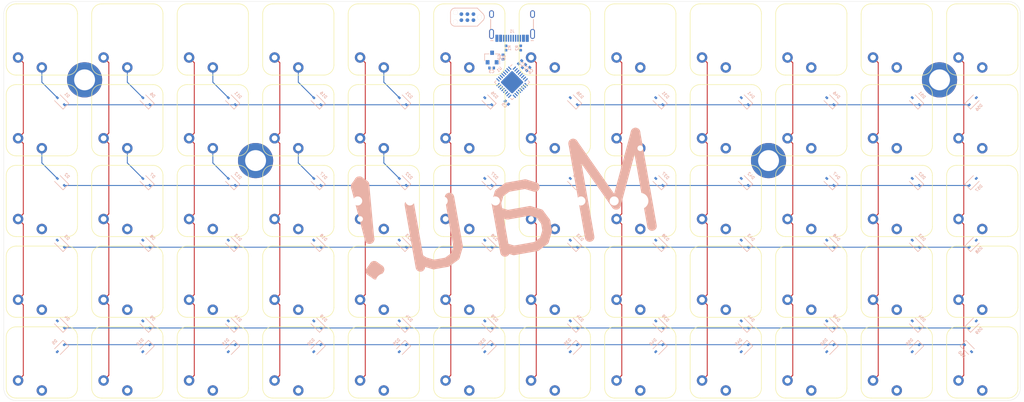
<source format=kicad_pcb>
(kicad_pcb (version 20171130) (host pcbnew 5.1.5+dfsg1-2build2)
  (layers (0 F.Cu signal) (31 B.Cu signal) (34 B.Paste user) (35 F.Paste user) (36 B.SilkS user) (37 F.SilkS user) (38 B.Mask user) (39 F.Mask user) (44 Edge.Cuts user))
  (net 0 "")
  (net 1 GND)
  (net 2 "Net-(C1-Pad1)")
  (net 3 VBUS)
  (net 4 +3V3)
  (net 5 "Net-(D1-Pad2)")
  (net 6 R1)
  (net 7 "Net-(D2-Pad2)")
  (net 8 R2)
  (net 9 "Net-(D3-Pad2)")
  (net 10 R3)
  (net 11 "Net-(D4-Pad2)")
  (net 12 R4)
  (net 13 "Net-(D5-Pad2)")
  (net 14 R5)
  (net 15 "Net-(D6-Pad2)")
  (net 16 "Net-(D7-Pad2)")
  (net 17 "Net-(D8-Pad2)")
  (net 18 "Net-(D9-Pad2)")
  (net 19 "Net-(D10-Pad2)")
  (net 20 "Net-(D11-Pad2)")
  (net 21 "Net-(D12-Pad2)")
  (net 22 "Net-(D13-Pad2)")
  (net 23 "Net-(D14-Pad2)")
  (net 24 "Net-(D15-Pad2)")
  (net 25 "Net-(D16-Pad2)")
  (net 26 "Net-(D17-Pad2)")
  (net 27 "Net-(D18-Pad2)")
  (net 28 "Net-(D19-Pad2)")
  (net 29 "Net-(D20-Pad2)")
  (net 30 "Net-(D21-Pad2)")
  (net 31 "Net-(D22-Pad2)")
  (net 32 "Net-(D23-Pad2)")
  (net 33 "Net-(D24-Pad2)")
  (net 34 "Net-(D25-Pad2)")
  (net 35 "Net-(D26-Pad2)")
  (net 36 "Net-(D27-Pad2)")
  (net 37 "Net-(D28-Pad2)")
  (net 38 "Net-(D29-Pad2)")
  (net 39 "Net-(D30-Pad2)")
  (net 40 "Net-(D31-Pad2)")
  (net 41 "Net-(D32-Pad2)")
  (net 42 "Net-(D33-Pad2)")
  (net 43 "Net-(D34-Pad2)")
  (net 44 "Net-(D35-Pad2)")
  (net 45 "Net-(D36-Pad2)")
  (net 46 "Net-(D37-Pad2)")
  (net 47 "Net-(D38-Pad2)")
  (net 48 "Net-(D39-Pad2)")
  (net 49 "Net-(D40-Pad2)")
  (net 50 "Net-(D41-Pad2)")
  (net 51 "Net-(D42-Pad2)")
  (net 52 "Net-(D43-Pad2)")
  (net 53 "Net-(D44-Pad2)")
  (net 54 "Net-(D45-Pad2)")
  (net 55 "Net-(D46-Pad2)")
  (net 56 "Net-(D47-Pad2)")
  (net 57 "Net-(D48-Pad2)")
  (net 58 "Net-(D49-Pad2)")
  (net 59 "Net-(D50-Pad2)")
  (net 60 "Net-(D51-Pad2)")
  (net 61 "Net-(D52-Pad2)")
  (net 62 "Net-(D53-Pad2)")
  (net 63 "Net-(D54-Pad2)")
  (net 64 "Net-(D55-Pad2)")
  (net 65 "Net-(D56-Pad2)")
  (net 66 "Net-(D57-Pad2)")
  (net 67 "Net-(D58-Pad2)")
  (net 68 "Net-(D59-Pad2)")
  (net 69 "Net-(D60-Pad2)")
  (net 70 "Net-(J1-PadB5)")
  (net 71 "Net-(J1-PadA8)")
  (net 72 D+)
  (net 73 D-)
  (net 74 "Net-(J1-PadA5)")
  (net 75 "Net-(J1-PadB8)")
  (net 76 C1)
  (net 77 C2)
  (net 78 C3)
  (net 79 C4)
  (net 80 C5)
  (net 81 C6)
  (net 82 C7)
  (net 83 C8)
  (net 84 C9)
  (net 85 C10)
  (net 86 C11)
  (net 87 C12)
  (net 88 "Net-(U1-Pad32)")
  (net 89 "Net-(U1-Pad31)")
  (net 90 "Net-(U1-Pad30)")
  (net 91 "Net-(U1-Pad29)")
  (net 92 "Net-(U1-Pad28)")
  (net 93 SWCLK)
  (net 94 SWDIO)
  (net 95 "Net-(U1-Pad3)")
  (net 96 "Net-(U1-Pad2)")
  (net 97 "Net-(P1-Pad6)")
  (net 98 "Net-(P1-Pad3)")
  (module otter:PG1353 (layer F.Cu) (at 166 58 180)
    (fp_text reference SW31 hide)
    (fp_text value PG1353)
    (pad "" np_thru_hole circle (at -5.5 0 180) (size 1.9 1.9) (drill 1.9) (layers *.Cu *.Mask))
    (pad "" np_thru_hole circle (at 0 0 180) (size 3.4 3.4) (drill 3.4) (layers *.Cu *.Mask))
    (pad 2 thru_hole circle (at 0 -5.9 180) (size 2.2 2.2) (drill 1.2) (layers *.Cu *.Mask) (net 40 "Net-(D31-Pad2)"))
    (pad 1 thru_hole circle (at 5 -3.8 180) (size 2.2 2.2) (drill 1.2) (layers *.Cu *.Mask) (net 82 C7))
  )
  (module otter:PG1353 (layer F.Cu) (at 148 58 180)
    (fp_text reference SW26 hide)
    (fp_text value PG1353)
    (pad "" np_thru_hole circle (at 5.5 0 180) (size 1.9 1.9) (drill 1.9) (layers *.Cu *.Mask))
    (pad "" np_thru_hole circle (at 0 0 180) (size 3.4 3.4) (drill 3.4) (layers *.Cu *.Mask))
    (pad 2 thru_hole circle (at 0 -5.9 180) (size 2.2 2.2) (drill 1.2) (layers *.Cu *.Mask) (net 35 "Net-(D26-Pad2)"))
    (pad 1 thru_hole circle (at 5 -3.8 180) (size 2.2 2.2) (drill 1.2) (layers *.Cu *.Mask) (net 81 C6))
  )
  (module otter:PG1353 (layer F.Cu) (at 256 58 180)
    (fp_text reference SW56 hide)
    (fp_text value PG1353)
    (pad "" np_thru_hole circle (at 5.5 0 180) (size 1.9 1.9) (drill 1.9) (layers *.Cu *.Mask))
    (pad "" np_thru_hole circle (at -5.5 0 180) (size 1.9 1.9) (drill 1.9) (layers *.Cu *.Mask))
    (pad "" np_thru_hole circle (at 0 0 180) (size 3.4 3.4) (drill 3.4) (layers *.Cu *.Mask))
    (pad 2 thru_hole circle (at 0 -5.9 180) (size 2.2 2.2) (drill 1.2) (layers *.Cu *.Mask) (net 65 "Net-(D56-Pad2)"))
    (pad 1 thru_hole circle (at 5 -3.8 180) (size 2.2 2.2) (drill 1.2) (layers *.Cu *.Mask) (net 87 C12))
  )
  (module otter:PG1353 (layer F.Cu) (at 256 109 180)
    (fp_text reference SW59 hide)
    (fp_text value PG1353)
    (pad "" np_thru_hole circle (at 5.5 0 180) (size 1.9 1.9) (drill 1.9) (layers *.Cu *.Mask))
    (pad "" np_thru_hole circle (at -5.5 0 180) (size 1.9 1.9) (drill 1.9) (layers *.Cu *.Mask))
    (pad "" np_thru_hole circle (at 0 0 180) (size 3.4 3.4) (drill 3.4) (layers *.Cu *.Mask))
    (pad 2 thru_hole circle (at 0 -5.9 180) (size 2.2 2.2) (drill 1.2) (layers *.Cu *.Mask) (net 68 "Net-(D59-Pad2)"))
    (pad 1 thru_hole circle (at 5 -3.8 180) (size 2.2 2.2) (drill 1.2) (layers *.Cu *.Mask) (net 87 C12))
  )
  (module otter:PG1353 (layer F.Cu) (at 256 126 180)
    (fp_text reference SW60 hide)
    (fp_text value PG1353)
    (pad "" np_thru_hole circle (at 5.5 0 180) (size 1.9 1.9) (drill 1.9) (layers *.Cu *.Mask))
    (pad "" np_thru_hole circle (at -5.5 0 180) (size 1.9 1.9) (drill 1.9) (layers *.Cu *.Mask))
    (pad "" np_thru_hole circle (at 0 0 180) (size 3.4 3.4) (drill 3.4) (layers *.Cu *.Mask))
    (pad 2 thru_hole circle (at 0 -5.9 180) (size 2.2 2.2) (drill 1.2) (layers *.Cu *.Mask) (net 69 "Net-(D60-Pad2)"))
    (pad 1 thru_hole circle (at 5 -3.8 180) (size 2.2 2.2) (drill 1.2) (layers *.Cu *.Mask) (net 87 C12))
  )
  (module otter:PG1353 (layer F.Cu) (at 256 92 180)
    (fp_text reference SW58 hide)
    (fp_text value PG1353)
    (pad "" np_thru_hole circle (at 5.5 0 180) (size 1.9 1.9) (drill 1.9) (layers *.Cu *.Mask))
    (pad "" np_thru_hole circle (at -5.5 0 180) (size 1.9 1.9) (drill 1.9) (layers *.Cu *.Mask))
    (pad "" np_thru_hole circle (at 0 0 180) (size 3.4 3.4) (drill 3.4) (layers *.Cu *.Mask))
    (pad 2 thru_hole circle (at 0 -5.9 180) (size 2.2 2.2) (drill 1.2) (layers *.Cu *.Mask) (net 67 "Net-(D58-Pad2)"))
    (pad 1 thru_hole circle (at 5 -3.8 180) (size 2.2 2.2) (drill 1.2) (layers *.Cu *.Mask) (net 87 C12))
  )
  (module otter:PG1353 (layer F.Cu) (at 256 75 180)
    (fp_text reference SW57 hide)
    (fp_text value PG1353)
    (pad "" np_thru_hole circle (at 5.5 0 180) (size 1.9 1.9) (drill 1.9) (layers *.Cu *.Mask))
    (pad "" np_thru_hole circle (at -5.5 0 180) (size 1.9 1.9) (drill 1.9) (layers *.Cu *.Mask))
    (pad "" np_thru_hole circle (at 0 0 180) (size 3.4 3.4) (drill 3.4) (layers *.Cu *.Mask))
    (pad 2 thru_hole circle (at 0 -5.9 180) (size 2.2 2.2) (drill 1.2) (layers *.Cu *.Mask) (net 66 "Net-(D57-Pad2)"))
    (pad 1 thru_hole circle (at 5 -3.8 180) (size 2.2 2.2) (drill 1.2) (layers *.Cu *.Mask) (net 87 C12))
  )
  (module otter:PG1353 (layer F.Cu) (at 238 126 180)
    (fp_text reference SW55 hide)
    (fp_text value PG1353)
    (pad "" np_thru_hole circle (at 5.5 0 180) (size 1.9 1.9) (drill 1.9) (layers *.Cu *.Mask))
    (pad "" np_thru_hole circle (at -5.5 0 180) (size 1.9 1.9) (drill 1.9) (layers *.Cu *.Mask))
    (pad "" np_thru_hole circle (at 0 0 180) (size 3.4 3.4) (drill 3.4) (layers *.Cu *.Mask))
    (pad 2 thru_hole circle (at 0 -5.9 180) (size 2.2 2.2) (drill 1.2) (layers *.Cu *.Mask) (net 64 "Net-(D55-Pad2)"))
    (pad 1 thru_hole circle (at 5 -3.8 180) (size 2.2 2.2) (drill 1.2) (layers *.Cu *.Mask) (net 86 C11))
  )
  (module otter:PG1353 (layer F.Cu) (at 238 109 180)
    (fp_text reference SW54 hide)
    (fp_text value PG1353)
    (pad "" np_thru_hole circle (at 5.5 0 180) (size 1.9 1.9) (drill 1.9) (layers *.Cu *.Mask))
    (pad "" np_thru_hole circle (at -5.5 0 180) (size 1.9 1.9) (drill 1.9) (layers *.Cu *.Mask))
    (pad "" np_thru_hole circle (at 0 0 180) (size 3.4 3.4) (drill 3.4) (layers *.Cu *.Mask))
    (pad 2 thru_hole circle (at 0 -5.9 180) (size 2.2 2.2) (drill 1.2) (layers *.Cu *.Mask) (net 63 "Net-(D54-Pad2)"))
    (pad 1 thru_hole circle (at 5 -3.8 180) (size 2.2 2.2) (drill 1.2) (layers *.Cu *.Mask) (net 86 C11))
  )
  (module otter:PG1353 (layer F.Cu) (at 238 92 180)
    (fp_text reference SW53 hide)
    (fp_text value PG1353)
    (pad "" np_thru_hole circle (at 5.5 0 180) (size 1.9 1.9) (drill 1.9) (layers *.Cu *.Mask))
    (pad "" np_thru_hole circle (at -5.5 0 180) (size 1.9 1.9) (drill 1.9) (layers *.Cu *.Mask))
    (pad "" np_thru_hole circle (at 0 0 180) (size 3.4 3.4) (drill 3.4) (layers *.Cu *.Mask))
    (pad 2 thru_hole circle (at 0 -5.9 180) (size 2.2 2.2) (drill 1.2) (layers *.Cu *.Mask) (net 62 "Net-(D53-Pad2)"))
    (pad 1 thru_hole circle (at 5 -3.8 180) (size 2.2 2.2) (drill 1.2) (layers *.Cu *.Mask) (net 86 C11))
  )
  (module otter:PG1353 (layer F.Cu) (at 238 75 180)
    (fp_text reference SW52 hide)
    (fp_text value PG1353)
    (pad "" np_thru_hole circle (at 5.5 0 180) (size 1.9 1.9) (drill 1.9) (layers *.Cu *.Mask))
    (pad "" np_thru_hole circle (at -5.5 0 180) (size 1.9 1.9) (drill 1.9) (layers *.Cu *.Mask))
    (pad "" np_thru_hole circle (at 0 0 180) (size 3.4 3.4) (drill 3.4) (layers *.Cu *.Mask))
    (pad 2 thru_hole circle (at 0 -5.9 180) (size 2.2 2.2) (drill 1.2) (layers *.Cu *.Mask) (net 61 "Net-(D52-Pad2)"))
    (pad 1 thru_hole circle (at 5 -3.8 180) (size 2.2 2.2) (drill 1.2) (layers *.Cu *.Mask) (net 86 C11))
  )
  (module otter:PG1353 (layer F.Cu) (at 238 58 180)
    (fp_text reference SW51 hide)
    (fp_text value PG1353)
    (pad "" np_thru_hole circle (at 5.5 0 180) (size 1.9 1.9) (drill 1.9) (layers *.Cu *.Mask))
    (pad "" np_thru_hole circle (at -5.5 0 180) (size 1.9 1.9) (drill 1.9) (layers *.Cu *.Mask))
    (pad "" np_thru_hole circle (at 0 0 180) (size 3.4 3.4) (drill 3.4) (layers *.Cu *.Mask))
    (pad 2 thru_hole circle (at 0 -5.9 180) (size 2.2 2.2) (drill 1.2) (layers *.Cu *.Mask) (net 60 "Net-(D51-Pad2)"))
    (pad 1 thru_hole circle (at 5 -3.8 180) (size 2.2 2.2) (drill 1.2) (layers *.Cu *.Mask) (net 86 C11))
  )
  (module otter:PG1353 (layer F.Cu) (at 220 126 180)
    (fp_text reference SW50 hide)
    (fp_text value PG1353)
    (pad "" np_thru_hole circle (at 5.5 0 180) (size 1.9 1.9) (drill 1.9) (layers *.Cu *.Mask))
    (pad "" np_thru_hole circle (at -5.5 0 180) (size 1.9 1.9) (drill 1.9) (layers *.Cu *.Mask))
    (pad "" np_thru_hole circle (at 0 0 180) (size 3.4 3.4) (drill 3.4) (layers *.Cu *.Mask))
    (pad 2 thru_hole circle (at 0 -5.9 180) (size 2.2 2.2) (drill 1.2) (layers *.Cu *.Mask) (net 59 "Net-(D50-Pad2)"))
    (pad 1 thru_hole circle (at 5 -3.8 180) (size 2.2 2.2) (drill 1.2) (layers *.Cu *.Mask) (net 85 C10))
  )
  (module otter:PG1353 (layer F.Cu) (at 220 109 180)
    (fp_text reference SW49 hide)
    (fp_text value PG1353)
    (pad "" np_thru_hole circle (at 5.5 0 180) (size 1.9 1.9) (drill 1.9) (layers *.Cu *.Mask))
    (pad "" np_thru_hole circle (at -5.5 0 180) (size 1.9 1.9) (drill 1.9) (layers *.Cu *.Mask))
    (pad "" np_thru_hole circle (at 0 0 180) (size 3.4 3.4) (drill 3.4) (layers *.Cu *.Mask))
    (pad 2 thru_hole circle (at 0 -5.9 180) (size 2.2 2.2) (drill 1.2) (layers *.Cu *.Mask) (net 58 "Net-(D49-Pad2)"))
    (pad 1 thru_hole circle (at 5 -3.8 180) (size 2.2 2.2) (drill 1.2) (layers *.Cu *.Mask) (net 85 C10))
  )
  (module otter:PG1353 (layer F.Cu) (at 220 92 180)
    (fp_text reference SW48 hide)
    (fp_text value PG1353)
    (pad "" np_thru_hole circle (at 5.5 0 180) (size 1.9 1.9) (drill 1.9) (layers *.Cu *.Mask))
    (pad "" np_thru_hole circle (at -5.5 0 180) (size 1.9 1.9) (drill 1.9) (layers *.Cu *.Mask))
    (pad "" np_thru_hole circle (at 0 0 180) (size 3.4 3.4) (drill 3.4) (layers *.Cu *.Mask))
    (pad 2 thru_hole circle (at 0 -5.9 180) (size 2.2 2.2) (drill 1.2) (layers *.Cu *.Mask) (net 57 "Net-(D48-Pad2)"))
    (pad 1 thru_hole circle (at 5 -3.8 180) (size 2.2 2.2) (drill 1.2) (layers *.Cu *.Mask) (net 85 C10))
  )
  (module otter:PG1353 (layer F.Cu) (at 220 75 180)
    (fp_text reference SW47 hide)
    (fp_text value PG1353)
    (pad "" np_thru_hole circle (at 5.5 0 180) (size 1.9 1.9) (drill 1.9) (layers *.Cu *.Mask))
    (pad "" np_thru_hole circle (at -5.5 0 180) (size 1.9 1.9) (drill 1.9) (layers *.Cu *.Mask))
    (pad "" np_thru_hole circle (at 0 0 180) (size 3.4 3.4) (drill 3.4) (layers *.Cu *.Mask))
    (pad 2 thru_hole circle (at 0 -5.9 180) (size 2.2 2.2) (drill 1.2) (layers *.Cu *.Mask) (net 56 "Net-(D47-Pad2)"))
    (pad 1 thru_hole circle (at 5 -3.8 180) (size 2.2 2.2) (drill 1.2) (layers *.Cu *.Mask) (net 85 C10))
  )
  (module otter:PG1353 (layer F.Cu) (at 220 58 180)
    (fp_text reference SW46 hide)
    (fp_text value PG1353)
    (pad "" np_thru_hole circle (at 5.5 0 180) (size 1.9 1.9) (drill 1.9) (layers *.Cu *.Mask))
    (pad "" np_thru_hole circle (at -5.5 0 180) (size 1.9 1.9) (drill 1.9) (layers *.Cu *.Mask))
    (pad "" np_thru_hole circle (at 0 0 180) (size 3.4 3.4) (drill 3.4) (layers *.Cu *.Mask))
    (pad 2 thru_hole circle (at 0 -5.9 180) (size 2.2 2.2) (drill 1.2) (layers *.Cu *.Mask) (net 55 "Net-(D46-Pad2)"))
    (pad 1 thru_hole circle (at 5 -3.8 180) (size 2.2 2.2) (drill 1.2) (layers *.Cu *.Mask) (net 85 C10))
  )
  (module otter:PG1353 (layer F.Cu) (at 202 126 180)
    (fp_text reference SW45 hide)
    (fp_text value PG1353)
    (pad "" np_thru_hole circle (at 5.5 0 180) (size 1.9 1.9) (drill 1.9) (layers *.Cu *.Mask))
    (pad "" np_thru_hole circle (at -5.5 0 180) (size 1.9 1.9) (drill 1.9) (layers *.Cu *.Mask))
    (pad "" np_thru_hole circle (at 0 0 180) (size 3.4 3.4) (drill 3.4) (layers *.Cu *.Mask))
    (pad 2 thru_hole circle (at 0 -5.9 180) (size 2.2 2.2) (drill 1.2) (layers *.Cu *.Mask) (net 54 "Net-(D45-Pad2)"))
    (pad 1 thru_hole circle (at 5 -3.8 180) (size 2.2 2.2) (drill 1.2) (layers *.Cu *.Mask) (net 84 C9))
  )
  (module otter:PG1353 (layer F.Cu) (at 202 109 180)
    (fp_text reference SW44 hide)
    (fp_text value PG1353)
    (pad "" np_thru_hole circle (at 5.5 0 180) (size 1.9 1.9) (drill 1.9) (layers *.Cu *.Mask))
    (pad "" np_thru_hole circle (at -5.5 0 180) (size 1.9 1.9) (drill 1.9) (layers *.Cu *.Mask))
    (pad "" np_thru_hole circle (at 0 0 180) (size 3.4 3.4) (drill 3.4) (layers *.Cu *.Mask))
    (pad 2 thru_hole circle (at 0 -5.9 180) (size 2.2 2.2) (drill 1.2) (layers *.Cu *.Mask) (net 53 "Net-(D44-Pad2)"))
    (pad 1 thru_hole circle (at 5 -3.8 180) (size 2.2 2.2) (drill 1.2) (layers *.Cu *.Mask) (net 84 C9))
  )
  (module otter:PG1353 (layer F.Cu) (at 202 92 180)
    (fp_text reference SW43 hide)
    (fp_text value PG1353)
    (pad "" np_thru_hole circle (at 5.5 0 180) (size 1.9 1.9) (drill 1.9) (layers *.Cu *.Mask))
    (pad "" np_thru_hole circle (at -5.5 0 180) (size 1.9 1.9) (drill 1.9) (layers *.Cu *.Mask))
    (pad "" np_thru_hole circle (at 0 0 180) (size 3.4 3.4) (drill 3.4) (layers *.Cu *.Mask))
    (pad 2 thru_hole circle (at 0 -5.9 180) (size 2.2 2.2) (drill 1.2) (layers *.Cu *.Mask) (net 52 "Net-(D43-Pad2)"))
    (pad 1 thru_hole circle (at 5 -3.8 180) (size 2.2 2.2) (drill 1.2) (layers *.Cu *.Mask) (net 84 C9))
  )
  (module otter:PG1353 (layer F.Cu) (at 202 75 180)
    (fp_text reference SW42 hide)
    (fp_text value PG1353)
    (pad "" np_thru_hole circle (at 5.5 0 180) (size 1.9 1.9) (drill 1.9) (layers *.Cu *.Mask))
    (pad "" np_thru_hole circle (at -5.5 0 180) (size 1.9 1.9) (drill 1.9) (layers *.Cu *.Mask))
    (pad "" np_thru_hole circle (at 0 0 180) (size 3.4 3.4) (drill 3.4) (layers *.Cu *.Mask))
    (pad 2 thru_hole circle (at 0 -5.9 180) (size 2.2 2.2) (drill 1.2) (layers *.Cu *.Mask) (net 51 "Net-(D42-Pad2)"))
    (pad 1 thru_hole circle (at 5 -3.8 180) (size 2.2 2.2) (drill 1.2) (layers *.Cu *.Mask) (net 84 C9))
  )
  (module otter:PG1353 (layer F.Cu) (at 202 58 180)
    (fp_text reference SW41 hide)
    (fp_text value PG1353)
    (pad "" np_thru_hole circle (at 5.5 0 180) (size 1.9 1.9) (drill 1.9) (layers *.Cu *.Mask))
    (pad "" np_thru_hole circle (at -5.5 0 180) (size 1.9 1.9) (drill 1.9) (layers *.Cu *.Mask))
    (pad "" np_thru_hole circle (at 0 0 180) (size 3.4 3.4) (drill 3.4) (layers *.Cu *.Mask))
    (pad 2 thru_hole circle (at 0 -5.9 180) (size 2.2 2.2) (drill 1.2) (layers *.Cu *.Mask) (net 50 "Net-(D41-Pad2)"))
    (pad 1 thru_hole circle (at 5 -3.8 180) (size 2.2 2.2) (drill 1.2) (layers *.Cu *.Mask) (net 84 C9))
  )
  (module otter:PG1353 (layer F.Cu) (at 184 126 180)
    (fp_text reference SW40 hide)
    (fp_text value PG1353)
    (pad "" np_thru_hole circle (at 5.5 0 180) (size 1.9 1.9) (drill 1.9) (layers *.Cu *.Mask))
    (pad "" np_thru_hole circle (at -5.5 0 180) (size 1.9 1.9) (drill 1.9) (layers *.Cu *.Mask))
    (pad "" np_thru_hole circle (at 0 0 180) (size 3.4 3.4) (drill 3.4) (layers *.Cu *.Mask))
    (pad 2 thru_hole circle (at 0 -5.9 180) (size 2.2 2.2) (drill 1.2) (layers *.Cu *.Mask) (net 49 "Net-(D40-Pad2)"))
    (pad 1 thru_hole circle (at 5 -3.8 180) (size 2.2 2.2) (drill 1.2) (layers *.Cu *.Mask) (net 83 C8))
  )
  (module otter:PG1353 (layer F.Cu) (at 184 109 180)
    (fp_text reference SW39 hide)
    (fp_text value PG1353)
    (pad "" np_thru_hole circle (at 5.5 0 180) (size 1.9 1.9) (drill 1.9) (layers *.Cu *.Mask))
    (pad "" np_thru_hole circle (at -5.5 0 180) (size 1.9 1.9) (drill 1.9) (layers *.Cu *.Mask))
    (pad "" np_thru_hole circle (at 0 0 180) (size 3.4 3.4) (drill 3.4) (layers *.Cu *.Mask))
    (pad 2 thru_hole circle (at 0 -5.9 180) (size 2.2 2.2) (drill 1.2) (layers *.Cu *.Mask) (net 48 "Net-(D39-Pad2)"))
    (pad 1 thru_hole circle (at 5 -3.8 180) (size 2.2 2.2) (drill 1.2) (layers *.Cu *.Mask) (net 83 C8))
  )
  (module otter:PG1353 (layer F.Cu) (at 184 92 180)
    (fp_text reference SW38 hide)
    (fp_text value PG1353)
    (pad "" np_thru_hole circle (at 5.5 0 180) (size 1.9 1.9) (drill 1.9) (layers *.Cu *.Mask))
    (pad "" np_thru_hole circle (at -5.5 0 180) (size 1.9 1.9) (drill 1.9) (layers *.Cu *.Mask))
    (pad "" np_thru_hole circle (at 0 0 180) (size 3.4 3.4) (drill 3.4) (layers *.Cu *.Mask))
    (pad 2 thru_hole circle (at 0 -5.9 180) (size 2.2 2.2) (drill 1.2) (layers *.Cu *.Mask) (net 47 "Net-(D38-Pad2)"))
    (pad 1 thru_hole circle (at 5 -3.8 180) (size 2.2 2.2) (drill 1.2) (layers *.Cu *.Mask) (net 83 C8))
  )
  (module otter:PG1353 (layer F.Cu) (at 184 75 180)
    (fp_text reference SW37 hide)
    (fp_text value PG1353)
    (pad "" np_thru_hole circle (at 5.5 0 180) (size 1.9 1.9) (drill 1.9) (layers *.Cu *.Mask))
    (pad "" np_thru_hole circle (at -5.5 0 180) (size 1.9 1.9) (drill 1.9) (layers *.Cu *.Mask))
    (pad "" np_thru_hole circle (at 0 0 180) (size 3.4 3.4) (drill 3.4) (layers *.Cu *.Mask))
    (pad 2 thru_hole circle (at 0 -5.9 180) (size 2.2 2.2) (drill 1.2) (layers *.Cu *.Mask) (net 46 "Net-(D37-Pad2)"))
    (pad 1 thru_hole circle (at 5 -3.8 180) (size 2.2 2.2) (drill 1.2) (layers *.Cu *.Mask) (net 83 C8))
  )
  (module otter:PG1353 (layer F.Cu) (at 184 58 180)
    (fp_text reference SW36 hide)
    (fp_text value PG1353)
    (pad "" np_thru_hole circle (at 5.5 0 180) (size 1.9 1.9) (drill 1.9) (layers *.Cu *.Mask))
    (pad "" np_thru_hole circle (at -5.5 0 180) (size 1.9 1.9) (drill 1.9) (layers *.Cu *.Mask))
    (pad "" np_thru_hole circle (at 0 0 180) (size 3.4 3.4) (drill 3.4) (layers *.Cu *.Mask))
    (pad 2 thru_hole circle (at 0 -5.9 180) (size 2.2 2.2) (drill 1.2) (layers *.Cu *.Mask) (net 45 "Net-(D36-Pad2)"))
    (pad 1 thru_hole circle (at 5 -3.8 180) (size 2.2 2.2) (drill 1.2) (layers *.Cu *.Mask) (net 83 C8))
  )
  (module otter:PG1353 (layer F.Cu) (at 166 126 180)
    (fp_text reference SW35 hide)
    (fp_text value PG1353)
    (pad "" np_thru_hole circle (at 5.5 0 180) (size 1.9 1.9) (drill 1.9) (layers *.Cu *.Mask))
    (pad "" np_thru_hole circle (at -5.5 0 180) (size 1.9 1.9) (drill 1.9) (layers *.Cu *.Mask))
    (pad "" np_thru_hole circle (at 0 0 180) (size 3.4 3.4) (drill 3.4) (layers *.Cu *.Mask))
    (pad 2 thru_hole circle (at 0 -5.9 180) (size 2.2 2.2) (drill 1.2) (layers *.Cu *.Mask) (net 44 "Net-(D35-Pad2)"))
    (pad 1 thru_hole circle (at 5 -3.8 180) (size 2.2 2.2) (drill 1.2) (layers *.Cu *.Mask) (net 82 C7))
  )
  (module otter:PG1353 (layer F.Cu) (at 166 109 180)
    (fp_text reference SW34 hide)
    (fp_text value PG1353)
    (pad "" np_thru_hole circle (at 5.5 0 180) (size 1.9 1.9) (drill 1.9) (layers *.Cu *.Mask))
    (pad "" np_thru_hole circle (at -5.5 0 180) (size 1.9 1.9) (drill 1.9) (layers *.Cu *.Mask))
    (pad "" np_thru_hole circle (at 0 0 180) (size 3.4 3.4) (drill 3.4) (layers *.Cu *.Mask))
    (pad 2 thru_hole circle (at 0 -5.9 180) (size 2.2 2.2) (drill 1.2) (layers *.Cu *.Mask) (net 43 "Net-(D34-Pad2)"))
    (pad 1 thru_hole circle (at 5 -3.8 180) (size 2.2 2.2) (drill 1.2) (layers *.Cu *.Mask) (net 82 C7))
  )
  (module otter:PG1353 (layer F.Cu) (at 166 92 180)
    (fp_text reference SW33 hide)
    (fp_text value PG1353)
    (pad "" np_thru_hole circle (at 5.5 0 180) (size 1.9 1.9) (drill 1.9) (layers *.Cu *.Mask))
    (pad "" np_thru_hole circle (at -5.5 0 180) (size 1.9 1.9) (drill 1.9) (layers *.Cu *.Mask))
    (pad "" np_thru_hole circle (at 0 0 180) (size 3.4 3.4) (drill 3.4) (layers *.Cu *.Mask))
    (pad 2 thru_hole circle (at 0 -5.9 180) (size 2.2 2.2) (drill 1.2) (layers *.Cu *.Mask) (net 42 "Net-(D33-Pad2)"))
    (pad 1 thru_hole circle (at 5 -3.8 180) (size 2.2 2.2) (drill 1.2) (layers *.Cu *.Mask) (net 82 C7))
  )
  (module otter:PG1353 (layer F.Cu) (at 166 75 180)
    (fp_text reference SW32 hide)
    (fp_text value PG1353)
    (pad "" np_thru_hole circle (at 5.5 0 180) (size 1.9 1.9) (drill 1.9) (layers *.Cu *.Mask))
    (pad "" np_thru_hole circle (at -5.5 0 180) (size 1.9 1.9) (drill 1.9) (layers *.Cu *.Mask))
    (pad "" np_thru_hole circle (at 0 0 180) (size 3.4 3.4) (drill 3.4) (layers *.Cu *.Mask))
    (pad 2 thru_hole circle (at 0 -5.9 180) (size 2.2 2.2) (drill 1.2) (layers *.Cu *.Mask) (net 41 "Net-(D32-Pad2)"))
    (pad 1 thru_hole circle (at 5 -3.8 180) (size 2.2 2.2) (drill 1.2) (layers *.Cu *.Mask) (net 82 C7))
  )
  (module otter:PG1353 (layer F.Cu) (at 148 126 180)
    (fp_text reference SW30 hide)
    (fp_text value PG1353)
    (pad "" np_thru_hole circle (at 5.5 0 180) (size 1.9 1.9) (drill 1.9) (layers *.Cu *.Mask))
    (pad "" np_thru_hole circle (at -5.5 0 180) (size 1.9 1.9) (drill 1.9) (layers *.Cu *.Mask))
    (pad "" np_thru_hole circle (at 0 0 180) (size 3.4 3.4) (drill 3.4) (layers *.Cu *.Mask))
    (pad 2 thru_hole circle (at 0 -5.9 180) (size 2.2 2.2) (drill 1.2) (layers *.Cu *.Mask) (net 39 "Net-(D30-Pad2)"))
    (pad 1 thru_hole circle (at 5 -3.8 180) (size 2.2 2.2) (drill 1.2) (layers *.Cu *.Mask) (net 81 C6))
  )
  (module otter:PG1353 (layer F.Cu) (at 148 109 180)
    (fp_text reference SW29 hide)
    (fp_text value PG1353)
    (pad "" np_thru_hole circle (at 5.5 0 180) (size 1.9 1.9) (drill 1.9) (layers *.Cu *.Mask))
    (pad "" np_thru_hole circle (at -5.5 0 180) (size 1.9 1.9) (drill 1.9) (layers *.Cu *.Mask))
    (pad "" np_thru_hole circle (at 0 0 180) (size 3.4 3.4) (drill 3.4) (layers *.Cu *.Mask))
    (pad 2 thru_hole circle (at 0 -5.9 180) (size 2.2 2.2) (drill 1.2) (layers *.Cu *.Mask) (net 38 "Net-(D29-Pad2)"))
    (pad 1 thru_hole circle (at 5 -3.8 180) (size 2.2 2.2) (drill 1.2) (layers *.Cu *.Mask) (net 81 C6))
  )
  (module otter:PG1353 (layer F.Cu) (at 148 92 180)
    (fp_text reference SW28 hide)
    (fp_text value PG1353)
    (pad "" np_thru_hole circle (at 5.5 0 180) (size 1.9 1.9) (drill 1.9) (layers *.Cu *.Mask))
    (pad "" np_thru_hole circle (at -5.5 0 180) (size 1.9 1.9) (drill 1.9) (layers *.Cu *.Mask))
    (pad "" np_thru_hole circle (at 0 0 180) (size 3.4 3.4) (drill 3.4) (layers *.Cu *.Mask))
    (pad 2 thru_hole circle (at 0 -5.9 180) (size 2.2 2.2) (drill 1.2) (layers *.Cu *.Mask) (net 37 "Net-(D28-Pad2)"))
    (pad 1 thru_hole circle (at 5 -3.8 180) (size 2.2 2.2) (drill 1.2) (layers *.Cu *.Mask) (net 81 C6))
  )
  (module otter:PG1353 (layer F.Cu) (at 148 75 180)
    (fp_text reference SW27 hide)
    (fp_text value PG1353)
    (pad "" np_thru_hole circle (at 5.5 0 180) (size 1.9 1.9) (drill 1.9) (layers *.Cu *.Mask))
    (pad "" np_thru_hole circle (at -5.5 0 180) (size 1.9 1.9) (drill 1.9) (layers *.Cu *.Mask))
    (pad "" np_thru_hole circle (at 0 0 180) (size 3.4 3.4) (drill 3.4) (layers *.Cu *.Mask))
    (pad 2 thru_hole circle (at 0 -5.9 180) (size 2.2 2.2) (drill 1.2) (layers *.Cu *.Mask) (net 36 "Net-(D27-Pad2)"))
    (pad 1 thru_hole circle (at 5 -3.8 180) (size 2.2 2.2) (drill 1.2) (layers *.Cu *.Mask) (net 81 C6))
  )
  (module otter:PG1353 (layer F.Cu) (at 130 126 180)
    (fp_text reference SW25 hide)
    (fp_text value PG1353)
    (pad "" np_thru_hole circle (at 5.5 0 180) (size 1.9 1.9) (drill 1.9) (layers *.Cu *.Mask))
    (pad "" np_thru_hole circle (at -5.5 0 180) (size 1.9 1.9) (drill 1.9) (layers *.Cu *.Mask))
    (pad "" np_thru_hole circle (at 0 0 180) (size 3.4 3.4) (drill 3.4) (layers *.Cu *.Mask))
    (pad 2 thru_hole circle (at 0 -5.9 180) (size 2.2 2.2) (drill 1.2) (layers *.Cu *.Mask) (net 34 "Net-(D25-Pad2)"))
    (pad 1 thru_hole circle (at 5 -3.8 180) (size 2.2 2.2) (drill 1.2) (layers *.Cu *.Mask) (net 80 C5))
  )
  (module otter:PG1353 (layer F.Cu) (at 130 109 180)
    (fp_text reference SW24 hide)
    (fp_text value PG1353)
    (pad "" np_thru_hole circle (at 5.5 0 180) (size 1.9 1.9) (drill 1.9) (layers *.Cu *.Mask))
    (pad "" np_thru_hole circle (at -5.5 0 180) (size 1.9 1.9) (drill 1.9) (layers *.Cu *.Mask))
    (pad "" np_thru_hole circle (at 0 0 180) (size 3.4 3.4) (drill 3.4) (layers *.Cu *.Mask))
    (pad 2 thru_hole circle (at 0 -5.9 180) (size 2.2 2.2) (drill 1.2) (layers *.Cu *.Mask) (net 33 "Net-(D24-Pad2)"))
    (pad 1 thru_hole circle (at 5 -3.8 180) (size 2.2 2.2) (drill 1.2) (layers *.Cu *.Mask) (net 80 C5))
  )
  (module otter:PG1353 (layer F.Cu) (at 130 92 180)
    (fp_text reference SW23 hide)
    (fp_text value PG1353)
    (pad "" np_thru_hole circle (at 5.5 0 180) (size 1.9 1.9) (drill 1.9) (layers *.Cu *.Mask))
    (pad "" np_thru_hole circle (at -5.5 0 180) (size 1.9 1.9) (drill 1.9) (layers *.Cu *.Mask))
    (pad "" np_thru_hole circle (at 0 0 180) (size 3.4 3.4) (drill 3.4) (layers *.Cu *.Mask))
    (pad 2 thru_hole circle (at 0 -5.9 180) (size 2.2 2.2) (drill 1.2) (layers *.Cu *.Mask) (net 32 "Net-(D23-Pad2)"))
    (pad 1 thru_hole circle (at 5 -3.8 180) (size 2.2 2.2) (drill 1.2) (layers *.Cu *.Mask) (net 80 C5))
  )
  (module otter:PG1353 (layer F.Cu) (at 130 75 180)
    (fp_text reference SW22 hide)
    (fp_text value PG1353)
    (pad "" np_thru_hole circle (at 5.5 0 180) (size 1.9 1.9) (drill 1.9) (layers *.Cu *.Mask))
    (pad "" np_thru_hole circle (at -5.5 0 180) (size 1.9 1.9) (drill 1.9) (layers *.Cu *.Mask))
    (pad "" np_thru_hole circle (at 0 0 180) (size 3.4 3.4) (drill 3.4) (layers *.Cu *.Mask))
    (pad 2 thru_hole circle (at 0 -5.9 180) (size 2.2 2.2) (drill 1.2) (layers *.Cu *.Mask) (net 31 "Net-(D22-Pad2)"))
    (pad 1 thru_hole circle (at 5 -3.8 180) (size 2.2 2.2) (drill 1.2) (layers *.Cu *.Mask) (net 80 C5))
  )
  (module otter:PG1353 (layer F.Cu) (at 130 58 180)
    (fp_text reference SW21 hide)
    (fp_text value PG1353)
    (pad "" np_thru_hole circle (at 5.5 0 180) (size 1.9 1.9) (drill 1.9) (layers *.Cu *.Mask))
    (pad "" np_thru_hole circle (at -5.5 0 180) (size 1.9 1.9) (drill 1.9) (layers *.Cu *.Mask))
    (pad "" np_thru_hole circle (at 0 0 180) (size 3.4 3.4) (drill 3.4) (layers *.Cu *.Mask))
    (pad 2 thru_hole circle (at 0 -5.9 180) (size 2.2 2.2) (drill 1.2) (layers *.Cu *.Mask) (net 30 "Net-(D21-Pad2)"))
    (pad 1 thru_hole circle (at 5 -3.8 180) (size 2.2 2.2) (drill 1.2) (layers *.Cu *.Mask) (net 80 C5))
  )
  (module otter:PG1353 (layer F.Cu) (at 112 126 180)
    (fp_text reference SW20 hide)
    (fp_text value PG1353)
    (pad "" np_thru_hole circle (at 5.5 0 180) (size 1.9 1.9) (drill 1.9) (layers *.Cu *.Mask))
    (pad "" np_thru_hole circle (at -5.5 0 180) (size 1.9 1.9) (drill 1.9) (layers *.Cu *.Mask))
    (pad "" np_thru_hole circle (at 0 0 180) (size 3.4 3.4) (drill 3.4) (layers *.Cu *.Mask))
    (pad 2 thru_hole circle (at 0 -5.9 180) (size 2.2 2.2) (drill 1.2) (layers *.Cu *.Mask) (net 29 "Net-(D20-Pad2)"))
    (pad 1 thru_hole circle (at 5 -3.8 180) (size 2.2 2.2) (drill 1.2) (layers *.Cu *.Mask) (net 79 C4))
  )
  (module otter:PG1353 (layer F.Cu) (at 112 109 180)
    (fp_text reference SW19 hide)
    (fp_text value PG1353)
    (pad "" np_thru_hole circle (at 5.5 0 180) (size 1.9 1.9) (drill 1.9) (layers *.Cu *.Mask))
    (pad "" np_thru_hole circle (at -5.5 0 180) (size 1.9 1.9) (drill 1.9) (layers *.Cu *.Mask))
    (pad "" np_thru_hole circle (at 0 0 180) (size 3.4 3.4) (drill 3.4) (layers *.Cu *.Mask))
    (pad 2 thru_hole circle (at 0 -5.9 180) (size 2.2 2.2) (drill 1.2) (layers *.Cu *.Mask) (net 28 "Net-(D19-Pad2)"))
    (pad 1 thru_hole circle (at 5 -3.8 180) (size 2.2 2.2) (drill 1.2) (layers *.Cu *.Mask) (net 79 C4))
  )
  (module otter:PG1353 (layer F.Cu) (at 112 92 180)
    (fp_text reference SW18 hide)
    (fp_text value PG1353)
    (pad "" np_thru_hole circle (at 5.5 0 180) (size 1.9 1.9) (drill 1.9) (layers *.Cu *.Mask))
    (pad "" np_thru_hole circle (at -5.5 0 180) (size 1.9 1.9) (drill 1.9) (layers *.Cu *.Mask))
    (pad "" np_thru_hole circle (at 0 0 180) (size 3.4 3.4) (drill 3.4) (layers *.Cu *.Mask))
    (pad 2 thru_hole circle (at 0 -5.9 180) (size 2.2 2.2) (drill 1.2) (layers *.Cu *.Mask) (net 27 "Net-(D18-Pad2)"))
    (pad 1 thru_hole circle (at 5 -3.8 180) (size 2.2 2.2) (drill 1.2) (layers *.Cu *.Mask) (net 79 C4))
  )
  (module otter:PG1353 (layer F.Cu) (at 112 75 180)
    (fp_text reference SW17 hide)
    (fp_text value PG1353)
    (pad "" np_thru_hole circle (at 5.5 0 180) (size 1.9 1.9) (drill 1.9) (layers *.Cu *.Mask))
    (pad "" np_thru_hole circle (at -5.5 0 180) (size 1.9 1.9) (drill 1.9) (layers *.Cu *.Mask))
    (pad "" np_thru_hole circle (at 0 0 180) (size 3.4 3.4) (drill 3.4) (layers *.Cu *.Mask))
    (pad 2 thru_hole circle (at 0 -5.9 180) (size 2.2 2.2) (drill 1.2) (layers *.Cu *.Mask) (net 26 "Net-(D17-Pad2)"))
    (pad 1 thru_hole circle (at 5 -3.8 180) (size 2.2 2.2) (drill 1.2) (layers *.Cu *.Mask) (net 79 C4))
  )
  (module otter:PG1353 (layer F.Cu) (at 112 58 180)
    (fp_text reference SW16 hide)
    (fp_text value PG1353)
    (pad "" np_thru_hole circle (at 5.5 0 180) (size 1.9 1.9) (drill 1.9) (layers *.Cu *.Mask))
    (pad "" np_thru_hole circle (at -5.5 0 180) (size 1.9 1.9) (drill 1.9) (layers *.Cu *.Mask))
    (pad "" np_thru_hole circle (at 0 0 180) (size 3.4 3.4) (drill 3.4) (layers *.Cu *.Mask))
    (pad 2 thru_hole circle (at 0 -5.9 180) (size 2.2 2.2) (drill 1.2) (layers *.Cu *.Mask) (net 25 "Net-(D16-Pad2)"))
    (pad 1 thru_hole circle (at 5 -3.8 180) (size 2.2 2.2) (drill 1.2) (layers *.Cu *.Mask) (net 79 C4))
  )
  (module otter:PG1353 (layer F.Cu) (at 94 126 180)
    (fp_text reference SW15 hide)
    (fp_text value PG1353)
    (pad "" np_thru_hole circle (at 5.5 0 180) (size 1.9 1.9) (drill 1.9) (layers *.Cu *.Mask))
    (pad "" np_thru_hole circle (at -5.5 0 180) (size 1.9 1.9) (drill 1.9) (layers *.Cu *.Mask))
    (pad "" np_thru_hole circle (at 0 0 180) (size 3.4 3.4) (drill 3.4) (layers *.Cu *.Mask))
    (pad 2 thru_hole circle (at 0 -5.9 180) (size 2.2 2.2) (drill 1.2) (layers *.Cu *.Mask) (net 24 "Net-(D15-Pad2)"))
    (pad 1 thru_hole circle (at 5 -3.8 180) (size 2.2 2.2) (drill 1.2) (layers *.Cu *.Mask) (net 78 C3))
  )
  (module otter:PG1353 (layer F.Cu) (at 94 109 180)
    (fp_text reference SW14 hide)
    (fp_text value PG1353)
    (pad "" np_thru_hole circle (at 5.5 0 180) (size 1.9 1.9) (drill 1.9) (layers *.Cu *.Mask))
    (pad "" np_thru_hole circle (at -5.5 0 180) (size 1.9 1.9) (drill 1.9) (layers *.Cu *.Mask))
    (pad "" np_thru_hole circle (at 0 0 180) (size 3.4 3.4) (drill 3.4) (layers *.Cu *.Mask))
    (pad 2 thru_hole circle (at 0 -5.9 180) (size 2.2 2.2) (drill 1.2) (layers *.Cu *.Mask) (net 23 "Net-(D14-Pad2)"))
    (pad 1 thru_hole circle (at 5 -3.8 180) (size 2.2 2.2) (drill 1.2) (layers *.Cu *.Mask) (net 78 C3))
  )
  (module otter:PG1353 (layer F.Cu) (at 94 92 180)
    (fp_text reference SW13 hide)
    (fp_text value PG1353)
    (pad "" np_thru_hole circle (at 5.5 0 180) (size 1.9 1.9) (drill 1.9) (layers *.Cu *.Mask))
    (pad "" np_thru_hole circle (at -5.5 0 180) (size 1.9 1.9) (drill 1.9) (layers *.Cu *.Mask))
    (pad "" np_thru_hole circle (at 0 0 180) (size 3.4 3.4) (drill 3.4) (layers *.Cu *.Mask))
    (pad 2 thru_hole circle (at 0 -5.9 180) (size 2.2 2.2) (drill 1.2) (layers *.Cu *.Mask) (net 22 "Net-(D13-Pad2)"))
    (pad 1 thru_hole circle (at 5 -3.8 180) (size 2.2 2.2) (drill 1.2) (layers *.Cu *.Mask) (net 78 C3))
  )
  (module otter:PG1353 (layer F.Cu) (at 94 75 180)
    (fp_text reference SW12 hide)
    (fp_text value PG1353)
    (pad "" np_thru_hole circle (at 5.5 0 180) (size 1.9 1.9) (drill 1.9) (layers *.Cu *.Mask))
    (pad "" np_thru_hole circle (at -5.5 0 180) (size 1.9 1.9) (drill 1.9) (layers *.Cu *.Mask))
    (pad "" np_thru_hole circle (at 0 0 180) (size 3.4 3.4) (drill 3.4) (layers *.Cu *.Mask))
    (pad 2 thru_hole circle (at 0 -5.9 180) (size 2.2 2.2) (drill 1.2) (layers *.Cu *.Mask) (net 21 "Net-(D12-Pad2)"))
    (pad 1 thru_hole circle (at 5 -3.8 180) (size 2.2 2.2) (drill 1.2) (layers *.Cu *.Mask) (net 78 C3))
  )
  (module otter:PG1353 (layer F.Cu) (at 94 58 180)
    (fp_text reference SW11 hide)
    (fp_text value PG1353)
    (pad "" np_thru_hole circle (at 5.5 0 180) (size 1.9 1.9) (drill 1.9) (layers *.Cu *.Mask))
    (pad "" np_thru_hole circle (at -5.5 0 180) (size 1.9 1.9) (drill 1.9) (layers *.Cu *.Mask))
    (pad "" np_thru_hole circle (at 0 0 180) (size 3.4 3.4) (drill 3.4) (layers *.Cu *.Mask))
    (pad 2 thru_hole circle (at 0 -5.9 180) (size 2.2 2.2) (drill 1.2) (layers *.Cu *.Mask) (net 20 "Net-(D11-Pad2)"))
    (pad 1 thru_hole circle (at 5 -3.8 180) (size 2.2 2.2) (drill 1.2) (layers *.Cu *.Mask) (net 78 C3))
  )
  (module otter:PG1353 (layer F.Cu) (at 76 126 180)
    (fp_text reference SW10 hide)
    (fp_text value PG1353)
    (pad "" np_thru_hole circle (at 5.5 0 180) (size 1.9 1.9) (drill 1.9) (layers *.Cu *.Mask))
    (pad "" np_thru_hole circle (at -5.5 0 180) (size 1.9 1.9) (drill 1.9) (layers *.Cu *.Mask))
    (pad "" np_thru_hole circle (at 0 0 180) (size 3.4 3.4) (drill 3.4) (layers *.Cu *.Mask))
    (pad 2 thru_hole circle (at 0 -5.9 180) (size 2.2 2.2) (drill 1.2) (layers *.Cu *.Mask) (net 19 "Net-(D10-Pad2)"))
    (pad 1 thru_hole circle (at 5 -3.8 180) (size 2.2 2.2) (drill 1.2) (layers *.Cu *.Mask) (net 77 C2))
  )
  (module otter:PG1353 (layer F.Cu) (at 76 109 180)
    (fp_text reference SW9 hide)
    (fp_text value PG1353)
    (pad "" np_thru_hole circle (at 5.5 0 180) (size 1.9 1.9) (drill 1.9) (layers *.Cu *.Mask))
    (pad "" np_thru_hole circle (at -5.5 0 180) (size 1.9 1.9) (drill 1.9) (layers *.Cu *.Mask))
    (pad "" np_thru_hole circle (at 0 0 180) (size 3.4 3.4) (drill 3.4) (layers *.Cu *.Mask))
    (pad 2 thru_hole circle (at 0 -5.9 180) (size 2.2 2.2) (drill 1.2) (layers *.Cu *.Mask) (net 18 "Net-(D9-Pad2)"))
    (pad 1 thru_hole circle (at 5 -3.8 180) (size 2.2 2.2) (drill 1.2) (layers *.Cu *.Mask) (net 77 C2))
  )
  (module otter:PG1353 (layer F.Cu) (at 76 92 180)
    (fp_text reference SW8 hide)
    (fp_text value PG1353)
    (pad "" np_thru_hole circle (at 5.5 0 180) (size 1.9 1.9) (drill 1.9) (layers *.Cu *.Mask))
    (pad "" np_thru_hole circle (at -5.5 0 180) (size 1.9 1.9) (drill 1.9) (layers *.Cu *.Mask))
    (pad "" np_thru_hole circle (at 0 0 180) (size 3.4 3.4) (drill 3.4) (layers *.Cu *.Mask))
    (pad 2 thru_hole circle (at 0 -5.9 180) (size 2.2 2.2) (drill 1.2) (layers *.Cu *.Mask) (net 17 "Net-(D8-Pad2)"))
    (pad 1 thru_hole circle (at 5 -3.8 180) (size 2.2 2.2) (drill 1.2) (layers *.Cu *.Mask) (net 77 C2))
  )
  (module otter:PG1353 (layer F.Cu) (at 76 75 180)
    (fp_text reference SW7 hide)
    (fp_text value PG1353)
    (pad "" np_thru_hole circle (at 5.5 0 180) (size 1.9 1.9) (drill 1.9) (layers *.Cu *.Mask))
    (pad "" np_thru_hole circle (at -5.5 0 180) (size 1.9 1.9) (drill 1.9) (layers *.Cu *.Mask))
    (pad "" np_thru_hole circle (at 0 0 180) (size 3.4 3.4) (drill 3.4) (layers *.Cu *.Mask))
    (pad 2 thru_hole circle (at 0 -5.9 180) (size 2.2 2.2) (drill 1.2) (layers *.Cu *.Mask) (net 16 "Net-(D7-Pad2)"))
    (pad 1 thru_hole circle (at 5 -3.8 180) (size 2.2 2.2) (drill 1.2) (layers *.Cu *.Mask) (net 77 C2))
  )
  (module otter:PG1353 (layer F.Cu) (at 76 58 180)
    (fp_text reference SW6 hide)
    (fp_text value PG1353)
    (pad "" np_thru_hole circle (at 5.5 0 180) (size 1.9 1.9) (drill 1.9) (layers *.Cu *.Mask))
    (pad "" np_thru_hole circle (at -5.5 0 180) (size 1.9 1.9) (drill 1.9) (layers *.Cu *.Mask))
    (pad "" np_thru_hole circle (at 0 0 180) (size 3.4 3.4) (drill 3.4) (layers *.Cu *.Mask))
    (pad 2 thru_hole circle (at 0 -5.9 180) (size 2.2 2.2) (drill 1.2) (layers *.Cu *.Mask) (net 15 "Net-(D6-Pad2)"))
    (pad 1 thru_hole circle (at 5 -3.8 180) (size 2.2 2.2) (drill 1.2) (layers *.Cu *.Mask) (net 77 C2))
  )
  (module otter:PG1353 (layer F.Cu) (at 58 126 180)
    (fp_text reference SW5 hide)
    (fp_text value PG1353)
    (pad "" np_thru_hole circle (at 5.5 0 180) (size 1.9 1.9) (drill 1.9) (layers *.Cu *.Mask))
    (pad "" np_thru_hole circle (at -5.5 0 180) (size 1.9 1.9) (drill 1.9) (layers *.Cu *.Mask))
    (pad "" np_thru_hole circle (at 0 0 180) (size 3.4 3.4) (drill 3.4) (layers *.Cu *.Mask))
    (pad 2 thru_hole circle (at 0 -5.9 180) (size 2.2 2.2) (drill 1.2) (layers *.Cu *.Mask) (net 13 "Net-(D5-Pad2)"))
    (pad 1 thru_hole circle (at 5 -3.8 180) (size 2.2 2.2) (drill 1.2) (layers *.Cu *.Mask) (net 76 C1))
  )
  (module otter:PG1353 (layer F.Cu) (at 58 109 180)
    (fp_text reference SW4 hide)
    (fp_text value PG1353)
    (pad "" np_thru_hole circle (at 5.5 0 180) (size 1.9 1.9) (drill 1.9) (layers *.Cu *.Mask))
    (pad "" np_thru_hole circle (at -5.5 0 180) (size 1.9 1.9) (drill 1.9) (layers *.Cu *.Mask))
    (pad "" np_thru_hole circle (at 0 0 180) (size 3.4 3.4) (drill 3.4) (layers *.Cu *.Mask))
    (pad 2 thru_hole circle (at 0 -5.9 180) (size 2.2 2.2) (drill 1.2) (layers *.Cu *.Mask) (net 11 "Net-(D4-Pad2)"))
    (pad 1 thru_hole circle (at 5 -3.8 180) (size 2.2 2.2) (drill 1.2) (layers *.Cu *.Mask) (net 76 C1))
  )
  (module otter:PG1353 (layer F.Cu) (at 58 92 180)
    (fp_text reference SW3 hide)
    (fp_text value PG1353)
    (pad "" np_thru_hole circle (at 5.5 0 180) (size 1.9 1.9) (drill 1.9) (layers *.Cu *.Mask))
    (pad "" np_thru_hole circle (at -5.5 0 180) (size 1.9 1.9) (drill 1.9) (layers *.Cu *.Mask))
    (pad "" np_thru_hole circle (at 0 0 180) (size 3.4 3.4) (drill 3.4) (layers *.Cu *.Mask))
    (pad 2 thru_hole circle (at 0 -5.9 180) (size 2.2 2.2) (drill 1.2) (layers *.Cu *.Mask) (net 9 "Net-(D3-Pad2)"))
    (pad 1 thru_hole circle (at 5 -3.8 180) (size 2.2 2.2) (drill 1.2) (layers *.Cu *.Mask) (net 76 C1))
  )
  (module otter:PG1353 (layer F.Cu) (at 58 75 180)
    (fp_text reference SW2 hide)
    (fp_text value PG1353)
    (pad "" np_thru_hole circle (at 5.5 0 180) (size 1.9 1.9) (drill 1.9) (layers *.Cu *.Mask))
    (pad "" np_thru_hole circle (at -5.5 0 180) (size 1.9 1.9) (drill 1.9) (layers *.Cu *.Mask))
    (pad "" np_thru_hole circle (at 0 0 180) (size 3.4 3.4) (drill 3.4) (layers *.Cu *.Mask))
    (pad 2 thru_hole circle (at 0 -5.9 180) (size 2.2 2.2) (drill 1.2) (layers *.Cu *.Mask) (net 7 "Net-(D2-Pad2)"))
    (pad 1 thru_hole circle (at 5 -3.8 180) (size 2.2 2.2) (drill 1.2) (layers *.Cu *.Mask) (net 76 C1))
  )
  (module otter:PG1353 (layer F.Cu) (at 58 58 180)
    (fp_text reference SW1 hide)
    (fp_text value PG1353)
    (pad "" np_thru_hole circle (at 5.5 0 180) (size 1.9 1.9) (drill 1.9) (layers *.Cu *.Mask))
    (pad "" np_thru_hole circle (at -5.5 0 180) (size 1.9 1.9) (drill 1.9) (layers *.Cu *.Mask))
    (pad "" np_thru_hole circle (at 0 0 180) (size 3.4 3.4) (drill 3.4) (layers *.Cu *.Mask))
    (pad 2 thru_hole circle (at 0 -5.9 180) (size 2.2 2.2) (drill 1.2) (layers *.Cu *.Mask) (net 5 "Net-(D1-Pad2)"))
    (pad 1 thru_hole circle (at 5 -3.8 180) (size 2.2 2.2) (drill 1.2) (layers *.Cu *.Mask) (net 76 C1))
  )
  (module otter:TC2030 (layer B.Cu) (at 147.6 53.3 180)
    (fp_text reference P1 hide)
    (fp_text value TC2030-CTX-Tag-Connect hide)
    (pad "" np_thru_hole circle (at 2.54 -1.016 180) (size 0.98552 0.98552) (drill 0.98552) (layers *.Cu *.Mask B.SilkS))
    (pad "" np_thru_hole circle (at 2.54 1.016 180) (size 0.98552 0.98552) (drill 0.98552) (layers *.Cu *.Mask B.SilkS))
    (pad "" np_thru_hole circle (at -2.54 0 180) (size 0.98806 0.98806) (drill 0.98806) (layers *.Cu *.Mask B.SilkS))
    (pad 6 connect circle (at 1.27 0.635 180) (size 0.78486 0.78486) (layers B.Cu B.Mask) (net 97 "Net-(P1-Pad6)"))
    (pad 5 connect circle (at 1.27 -0.635 180) (size 0.78486 0.78486) (layers B.Cu B.Mask) (net 1 GND))
    (pad 4 connect circle (at 0 0.635 180) (size 0.78486 0.78486) (layers B.Cu B.Mask) (net 93 SWCLK))
    (pad 3 connect circle (at 0 -0.635 180) (size 0.78486 0.78486) (layers B.Cu B.Mask) (net 98 "Net-(P1-Pad3)"))
    (pad 2 connect circle (at -1.27 0.635 180) (size 0.78486 0.78486) (layers B.Cu B.Mask) (net 94 SWDIO))
    (pad 1 connect circle (at -1.27 -0.635 180) (size 0.78486 0.78486) (layers B.Cu B.Mask) (net 4 +3V3))
  )
  (module Package_TO_SOT_SMD:SOT-23 (layer B.Cu) (at 152.8 61.8 90)
    (fp_text reference U2 (at 0 2.5 90) (layer B.SilkS) (effects (font (size 0.6 0.6) (thickness 0.1)) (justify mirror)))
    (fp_text value XC6206PxxxMR)
    (pad 3 smd rect (at 1 0 90) (size 0.9 0.8) (layers B.Cu B.Paste B.Mask) (net 3 VBUS))
    (pad 2 smd rect (at -1 -0.95 90) (size 0.9 0.8) (layers B.Cu B.Paste B.Mask) (net 4 +3V3))
    (pad 1 smd rect (at -1 0.95 90) (size 0.9 0.8) (layers B.Cu B.Paste B.Mask) (net 1 GND))
  )
  (module Package_DFN_QFN:QFN-32-1EP_5x5mm_P0.5mm_EP3.45x3.45mm (layer B.Cu) (at 157 67 225)
    (fp_text reference U1 (at 0 3.82 45) (layer B.SilkS) (effects (font (size 0.6 0.6) (thickness 0.1)) (justify mirror)))
    (fp_text value STM32F042K6Ux)
    (pad 32 smd roundrect (at -1.75 2.4375 225) (size 0.25 0.875) (layers B.Cu B.Paste B.Mask) (net 88 "Net-(U1-Pad32)"))
    (pad 31 smd roundrect (at -1.25 2.4375 225) (size 0.25 0.875) (layers B.Cu B.Paste B.Mask) (net 89 "Net-(U1-Pad31)"))
    (pad 30 smd roundrect (at -0.75 2.4375 225) (size 0.25 0.875) (layers B.Cu B.Paste B.Mask) (net 90 "Net-(U1-Pad30)"))
    (pad 29 smd roundrect (at -0.25 2.4375 225) (size 0.25 0.875) (layers B.Cu B.Paste B.Mask) (net 91 "Net-(U1-Pad29)"))
    (pad 28 smd roundrect (at 0.25 2.4375 225) (size 0.25 0.875) (layers B.Cu B.Paste B.Mask) (net 92 "Net-(U1-Pad28)"))
    (pad 27 smd roundrect (at 0.75 2.4375 225) (size 0.25 0.875) (layers B.Cu B.Paste B.Mask) (net 14 R5))
    (pad 26 smd roundrect (at 1.25 2.4375 225) (size 0.25 0.875) (layers B.Cu B.Paste B.Mask) (net 12 R4))
    (pad 25 smd roundrect (at 1.75 2.4375 225) (size 0.25 0.875) (layers B.Cu B.Paste B.Mask) (net 87 C12))
    (pad 24 smd roundrect (at 2.4375 1.75 225) (size 0.875 0.25) (layers B.Cu B.Paste B.Mask) (net 93 SWCLK))
    (pad 23 smd roundrect (at 2.4375 1.25 225) (size 0.875 0.25) (layers B.Cu B.Paste B.Mask) (net 94 SWDIO))
    (pad 22 smd roundrect (at 2.4375 0.75 225) (size 0.875 0.25) (layers B.Cu B.Paste B.Mask) (net 72 D+))
    (pad 21 smd roundrect (at 2.4375 0.25 225) (size 0.875 0.25) (layers B.Cu B.Paste B.Mask) (net 73 D-))
    (pad 20 smd roundrect (at 2.4375 -0.25 225) (size 0.875 0.25) (layers B.Cu B.Paste B.Mask) (net 86 C11))
    (pad 19 smd roundrect (at 2.4375 -0.75 225) (size 0.875 0.25) (layers B.Cu B.Paste B.Mask) (net 85 C10))
    (pad 18 smd roundrect (at 2.4375 -1.25 225) (size 0.875 0.25) (layers B.Cu B.Paste B.Mask) (net 84 C9))
    (pad 17 smd roundrect (at 2.4375 -1.75 225) (size 0.875 0.25) (layers B.Cu B.Paste B.Mask) (net 4 +3V3))
    (pad 16 smd roundrect (at 1.75 -2.4375 225) (size 0.25 0.875) (layers B.Cu B.Paste B.Mask) (net 10 R3))
    (pad 15 smd roundrect (at 1.25 -2.4375 225) (size 0.25 0.875) (layers B.Cu B.Paste B.Mask) (net 8 R2))
    (pad 14 smd roundrect (at 0.75 -2.4375 225) (size 0.25 0.875) (layers B.Cu B.Paste B.Mask) (net 6 R1))
    (pad 13 smd roundrect (at 0.25 -2.4375 225) (size 0.25 0.875) (layers B.Cu B.Paste B.Mask) (net 83 C8))
    (pad 12 smd roundrect (at -0.25 -2.4375 225) (size 0.25 0.875) (layers B.Cu B.Paste B.Mask) (net 82 C7))
    (pad 11 smd roundrect (at -0.75 -2.4375 225) (size 0.25 0.875) (layers B.Cu B.Paste B.Mask) (net 81 C6))
    (pad 10 smd roundrect (at -1.25 -2.4375 225) (size 0.25 0.875) (layers B.Cu B.Paste B.Mask) (net 80 C5))
    (pad 9 smd roundrect (at -1.75 -2.4375 225) (size 0.25 0.875) (layers B.Cu B.Paste B.Mask) (net 79 C4))
    (pad 8 smd roundrect (at -2.4375 -1.75 225) (size 0.875 0.25) (layers B.Cu B.Paste B.Mask) (net 78 C3))
    (pad 7 smd roundrect (at -2.4375 -1.25 225) (size 0.875 0.25) (layers B.Cu B.Paste B.Mask) (net 77 C2))
    (pad 6 smd roundrect (at -2.4375 -0.75 225) (size 0.875 0.25) (layers B.Cu B.Paste B.Mask) (net 76 C1))
    (pad 5 smd roundrect (at -2.4375 -0.25 225) (size 0.875 0.25) (layers B.Cu B.Paste B.Mask) (net 4 +3V3))
    (pad 4 smd roundrect (at -2.4375 0.25 225) (size 0.875 0.25) (layers B.Cu B.Paste B.Mask) (net 2 "Net-(C1-Pad1)"))
    (pad 3 smd roundrect (at -2.4375 0.75 225) (size 0.875 0.25) (layers B.Cu B.Paste B.Mask) (net 95 "Net-(U1-Pad3)"))
    (pad 2 smd roundrect (at -2.4375 1.25 225) (size 0.875 0.25) (layers B.Cu B.Paste B.Mask) (net 96 "Net-(U1-Pad2)"))
    (pad 1 smd roundrect (at -2.4375 1.75 225) (size 0.875 0.25) (layers B.Cu B.Paste B.Mask) (net 4 +3V3))
    (pad 33 smd roundrect (at 0 0 225) (size 3.45 3.45) (layers B.Cu B.Mask) (roundrect_rratio 0.072464) (net 1 GND))
  )
  (module otter:R_0402 (layer B.Cu) (at 158.8 59.8 270)
    (fp_text reference R2 (at 0 0.75 90) (layer B.SilkS) (effects (font (size 0.6 0.6) (thickness 0.1)) (justify mirror)))
    (fp_text value 5k1 hide)
    (pad 2 smd rect (at 0.47 0 270) (size 0.5 0.6) (layers B.Cu B.Paste B.Mask) (net 1 GND))
    (pad 1 smd rect (at -0.47 0 270) (size 0.5 0.6) (layers B.Cu B.Paste B.Mask) (net 70 "Net-(J1-PadB5)"))
  )
  (module otter:R_0402 (layer B.Cu) (at 155.7 59.8 90)
    (fp_text reference R1 (at 0 0.75 90) (layer B.SilkS) (effects (font (size 0.6 0.6) (thickness 0.1)) (justify mirror)))
    (fp_text value 5k1 hide)
    (pad 2 smd rect (at 0.47 0 90) (size 0.5 0.6) (layers B.Cu B.Paste B.Mask) (net 74 "Net-(J1-PadA5)"))
    (pad 1 smd rect (at -0.47 0 90) (size 0.5 0.6) (layers B.Cu B.Paste B.Mask) (net 1 GND))
  )
  (module "otter:USB-C 16Pin" (layer B.Cu) (at 157 57.75)
    (fp_text reference J1 (at 0 -1.5) (layer B.SilkS) (effects (font (size 0.6 0.6) (thickness 0.1)) (justify mirror)))
    (fp_text value USB)
    (pad A9 smd rect (at -2.4 0) (size 0.6 1.45) (layers B.Cu B.Paste B.Mask) (net 3 VBUS))
    (pad B9 smd rect (at 2.4 0) (size 0.6 1.45) (layers B.Cu B.Paste B.Mask) (net 3 VBUS))
    (pad B12 smd rect (at 3.2 0) (size 0.6 1.45) (layers B.Cu B.Paste B.Mask) (net 1 GND))
    (pad A12 smd rect (at -3.2 0) (size 0.6 1.45) (layers B.Cu B.Paste B.Mask) (net 1 GND))
    (pad S1 thru_hole oval (at -4.32 -0.915) (size 1 2.1) (drill oval 0.6 1.7) (layers *.Cu *.Mask) (net 1 GND))
    (pad S1 thru_hole oval (at 4.32 -0.915) (size 1 2.1) (drill oval 0.6 1.7) (layers *.Cu *.Mask) (net 1 GND))
    (pad S1 thru_hole oval (at -4.32 -5.095) (size 1 1.6) (drill oval 0.6 1.2) (layers *.Cu *.Mask) (net 1 GND))
    (pad S1 thru_hole oval (at 4.32 -5.095) (size 1 1.6) (drill oval 0.6 1.2) (layers *.Cu *.Mask) (net 1 GND))
    (pad "" np_thru_hole circle (at 2.89 -1.445) (size 0.65 0.65) (drill 0.65) (layers *.Cu *.Mask))
    (pad "" np_thru_hole circle (at -2.89 -1.445) (size 0.65 0.65) (drill 0.65) (layers *.Cu *.Mask))
    (pad B1 smd rect (at 3.2 0) (size 0.6 1.45) (layers B.Cu B.Paste B.Mask) (net 1 GND))
    (pad B4 smd rect (at 2.4 0) (size 0.6 1.45) (layers B.Cu B.Paste B.Mask) (net 3 VBUS))
    (pad B5 smd rect (at 1.75 0) (size 0.3 1.45) (layers B.Cu B.Paste B.Mask) (net 70 "Net-(J1-PadB5)"))
    (pad A8 smd rect (at 1.25 0) (size 0.3 1.45) (layers B.Cu B.Paste B.Mask) (net 71 "Net-(J1-PadA8)"))
    (pad B6 smd rect (at 0.75 0) (size 0.3 1.45) (layers B.Cu B.Paste B.Mask) (net 72 D+))
    (pad A7 smd rect (at 0.25 0) (size 0.3 1.45) (layers B.Cu B.Paste B.Mask) (net 73 D-))
    (pad A6 smd rect (at -0.25 0) (size 0.3 1.45) (layers B.Cu B.Paste B.Mask) (net 72 D+))
    (pad B7 smd rect (at -0.75 0) (size 0.3 1.45) (layers B.Cu B.Paste B.Mask) (net 73 D-))
    (pad A5 smd rect (at -1.25 0) (size 0.3 1.45) (layers B.Cu B.Paste B.Mask) (net 74 "Net-(J1-PadA5)"))
    (pad B8 smd rect (at -1.75 0) (size 0.3 1.45) (layers B.Cu B.Paste B.Mask) (net 75 "Net-(J1-PadB8)"))
    (pad A4 smd rect (at -2.4 0) (size 0.6 1.45) (layers B.Cu B.Paste B.Mask) (net 3 VBUS))
    (pad A1 smd rect (at -3.2 0) (size 0.6 1.45) (layers B.Cu B.Paste B.Mask) (net 1 GND))
  )
  (module otter:9774020360 (layer B.Cu) (at 247 66.5)
    (fp_text reference H4 hide)
    (fp_text value 9774020360)
    (pad 1 thru_hole circle (at 0 0) (size 7.4 7.4) (drill 4.4) (layers *.Cu *.Mask) (net 1 GND))
  )
  (module otter:9774020360 (layer B.Cu) (at 211 83.5)
    (fp_text reference H3 hide)
    (fp_text value 9774020360)
    (pad 1 thru_hole circle (at 0 0) (size 7.4 7.4) (drill 4.4) (layers *.Cu *.Mask) (net 1 GND))
  )
  (module otter:9774020360 (layer B.Cu) (at 103 83.5)
    (fp_text reference H2 hide)
    (fp_text value 9774020360)
    (pad 1 thru_hole circle (at 0 0) (size 7.4 7.4) (drill 4.4) (layers *.Cu *.Mask) (net 1 GND))
  )
  (module otter:9774020360 (layer B.Cu) (at 67 66.5)
    (fp_text reference H1 hide)
    (fp_text value 9774020360)
    (pad 1 thru_hole circle (at 0 0) (size 7.4 7.4) (drill 4.4) (layers *.Cu *.Mask) (net 1 GND))
  )
  (module Diode_SMD:D_SOD-323 (layer B.Cu) (at 253 123 315)
    (fp_text reference D60 (at 0 1.85 135) (layer B.SilkS) (effects (font (size 0.6 0.6) (thickness 0.1)) (justify mirror)))
    (fp_text value 1N4148WS)
    (pad 2 smd rect (at 1.05 0 315) (size 0.6 0.45) (layers B.Cu B.Paste B.Mask) (net 69 "Net-(D60-Pad2)"))
    (pad 1 smd rect (at -1.05 0 315) (size 0.6 0.45) (layers B.Cu B.Paste B.Mask) (net 14 R5))
  )
  (module Diode_SMD:D_SOD-323 (layer B.Cu) (at 254 118 45)
    (fp_text reference D59 (at 0 1.85 45) (layer B.SilkS) (effects (font (size 0.6 0.6) (thickness 0.1)) (justify mirror)))
    (fp_text value 1N4148WS)
    (pad 2 smd rect (at 1.05 0 45) (size 0.6 0.45) (layers B.Cu B.Paste B.Mask) (net 68 "Net-(D59-Pad2)"))
    (pad 1 smd rect (at -1.05 0 45) (size 0.6 0.45) (layers B.Cu B.Paste B.Mask) (net 12 R4))
  )
  (module Diode_SMD:D_SOD-323 (layer B.Cu) (at 254 101 45)
    (fp_text reference D58 (at 0 1.85 45) (layer B.SilkS) (effects (font (size 0.6 0.6) (thickness 0.1)) (justify mirror)))
    (fp_text value 1N4148WS)
    (pad 2 smd rect (at 1.05 0 45) (size 0.6 0.45) (layers B.Cu B.Paste B.Mask) (net 67 "Net-(D58-Pad2)"))
    (pad 1 smd rect (at -1.05 0 45) (size 0.6 0.45) (layers B.Cu B.Paste B.Mask) (net 10 R3))
  )
  (module Diode_SMD:D_SOD-323 (layer B.Cu) (at 254 88 45)
    (fp_text reference D57 (at 0 1.85 45) (layer B.SilkS) (effects (font (size 0.6 0.6) (thickness 0.1)) (justify mirror)))
    (fp_text value 1N4148WS)
    (pad 2 smd rect (at 1.05 0 45) (size 0.6 0.45) (layers B.Cu B.Paste B.Mask) (net 66 "Net-(D57-Pad2)"))
    (pad 1 smd rect (at -1.05 0 45) (size 0.6 0.45) (layers B.Cu B.Paste B.Mask) (net 8 R2))
  )
  (module Diode_SMD:D_SOD-323 (layer B.Cu) (at 254 71 45)
    (fp_text reference D56 (at 0 1.85 45) (layer B.SilkS) (effects (font (size 0.6 0.6) (thickness 0.1)) (justify mirror)))
    (fp_text value 1N4148WS)
    (pad 2 smd rect (at 1.05 0 45) (size 0.6 0.45) (layers B.Cu B.Paste B.Mask) (net 65 "Net-(D56-Pad2)"))
    (pad 1 smd rect (at -1.05 0 45) (size 0.6 0.45) (layers B.Cu B.Paste B.Mask) (net 6 R1))
  )
  (module Diode_SMD:D_SOD-323 (layer B.Cu) (at 242 123 225)
    (fp_text reference D55 (at 0 1.85 45) (layer B.SilkS) (effects (font (size 0.6 0.6) (thickness 0.1)) (justify mirror)))
    (fp_text value 1N4148WS)
    (pad 2 smd rect (at 1.05 0 225) (size 0.6 0.45) (layers B.Cu B.Paste B.Mask) (net 64 "Net-(D55-Pad2)"))
    (pad 1 smd rect (at -1.05 0 225) (size 0.6 0.45) (layers B.Cu B.Paste B.Mask) (net 14 R5))
  )
  (module Diode_SMD:D_SOD-323 (layer B.Cu) (at 242 118 135)
    (fp_text reference D54 (at 0 1.85 135) (layer B.SilkS) (effects (font (size 0.6 0.6) (thickness 0.1)) (justify mirror)))
    (fp_text value 1N4148WS)
    (pad 2 smd rect (at 1.05 0 135) (size 0.6 0.45) (layers B.Cu B.Paste B.Mask) (net 63 "Net-(D54-Pad2)"))
    (pad 1 smd rect (at -1.05 0 135) (size 0.6 0.45) (layers B.Cu B.Paste B.Mask) (net 12 R4))
  )
  (module Diode_SMD:D_SOD-323 (layer B.Cu) (at 242 101 135)
    (fp_text reference D53 (at 0 1.85 135) (layer B.SilkS) (effects (font (size 0.6 0.6) (thickness 0.1)) (justify mirror)))
    (fp_text value 1N4148WS)
    (pad 2 smd rect (at 1.05 0 135) (size 0.6 0.45) (layers B.Cu B.Paste B.Mask) (net 62 "Net-(D53-Pad2)"))
    (pad 1 smd rect (at -1.05 0 135) (size 0.6 0.45) (layers B.Cu B.Paste B.Mask) (net 10 R3))
  )
  (module Diode_SMD:D_SOD-323 (layer B.Cu) (at 242 88 135)
    (fp_text reference D52 (at 0 1.85 135) (layer B.SilkS) (effects (font (size 0.6 0.6) (thickness 0.1)) (justify mirror)))
    (fp_text value 1N4148WS)
    (pad 2 smd rect (at 1.05 0 135) (size 0.6 0.45) (layers B.Cu B.Paste B.Mask) (net 61 "Net-(D52-Pad2)"))
    (pad 1 smd rect (at -1.05 0 135) (size 0.6 0.45) (layers B.Cu B.Paste B.Mask) (net 8 R2))
  )
  (module Diode_SMD:D_SOD-323 (layer B.Cu) (at 242 71 135)
    (fp_text reference D51 (at 0 1.85 135) (layer B.SilkS) (effects (font (size 0.6 0.6) (thickness 0.1)) (justify mirror)))
    (fp_text value 1N4148WS)
    (pad 2 smd rect (at 1.05 0 135) (size 0.6 0.45) (layers B.Cu B.Paste B.Mask) (net 60 "Net-(D51-Pad2)"))
    (pad 1 smd rect (at -1.05 0 135) (size 0.6 0.45) (layers B.Cu B.Paste B.Mask) (net 6 R1))
  )
  (module Diode_SMD:D_SOD-323 (layer B.Cu) (at 224 123 225)
    (fp_text reference D50 (at 0 1.85 45) (layer B.SilkS) (effects (font (size 0.6 0.6) (thickness 0.1)) (justify mirror)))
    (fp_text value 1N4148WS)
    (pad 2 smd rect (at 1.05 0 225) (size 0.6 0.45) (layers B.Cu B.Paste B.Mask) (net 59 "Net-(D50-Pad2)"))
    (pad 1 smd rect (at -1.05 0 225) (size 0.6 0.45) (layers B.Cu B.Paste B.Mask) (net 14 R5))
  )
  (module Diode_SMD:D_SOD-323 (layer B.Cu) (at 224 118 135)
    (fp_text reference D49 (at 0 1.85 135) (layer B.SilkS) (effects (font (size 0.6 0.6) (thickness 0.1)) (justify mirror)))
    (fp_text value 1N4148WS)
    (pad 2 smd rect (at 1.05 0 135) (size 0.6 0.45) (layers B.Cu B.Paste B.Mask) (net 58 "Net-(D49-Pad2)"))
    (pad 1 smd rect (at -1.05 0 135) (size 0.6 0.45) (layers B.Cu B.Paste B.Mask) (net 12 R4))
  )
  (module Diode_SMD:D_SOD-323 (layer B.Cu) (at 224 101 135)
    (fp_text reference D48 (at 0 1.85 135) (layer B.SilkS) (effects (font (size 0.6 0.6) (thickness 0.1)) (justify mirror)))
    (fp_text value 1N4148WS)
    (pad 2 smd rect (at 1.05 0 135) (size 0.6 0.45) (layers B.Cu B.Paste B.Mask) (net 57 "Net-(D48-Pad2)"))
    (pad 1 smd rect (at -1.05 0 135) (size 0.6 0.45) (layers B.Cu B.Paste B.Mask) (net 10 R3))
  )
  (module Diode_SMD:D_SOD-323 (layer B.Cu) (at 224 88 135)
    (fp_text reference D47 (at 0 1.85 135) (layer B.SilkS) (effects (font (size 0.6 0.6) (thickness 0.1)) (justify mirror)))
    (fp_text value 1N4148WS)
    (pad 2 smd rect (at 1.05 0 135) (size 0.6 0.45) (layers B.Cu B.Paste B.Mask) (net 56 "Net-(D47-Pad2)"))
    (pad 1 smd rect (at -1.05 0 135) (size 0.6 0.45) (layers B.Cu B.Paste B.Mask) (net 8 R2))
  )
  (module Diode_SMD:D_SOD-323 (layer B.Cu) (at 224 71 135)
    (fp_text reference D46 (at 0 1.85 135) (layer B.SilkS) (effects (font (size 0.6 0.6) (thickness 0.1)) (justify mirror)))
    (fp_text value 1N4148WS)
    (pad 2 smd rect (at 1.05 0 135) (size 0.6 0.45) (layers B.Cu B.Paste B.Mask) (net 55 "Net-(D46-Pad2)"))
    (pad 1 smd rect (at -1.05 0 135) (size 0.6 0.45) (layers B.Cu B.Paste B.Mask) (net 6 R1))
  )
  (module Diode_SMD:D_SOD-323 (layer B.Cu) (at 206 123 225)
    (fp_text reference D45 (at 0 1.85 45) (layer B.SilkS) (effects (font (size 0.6 0.6) (thickness 0.1)) (justify mirror)))
    (fp_text value 1N4148WS)
    (pad 2 smd rect (at 1.05 0 225) (size 0.6 0.45) (layers B.Cu B.Paste B.Mask) (net 54 "Net-(D45-Pad2)"))
    (pad 1 smd rect (at -1.05 0 225) (size 0.6 0.45) (layers B.Cu B.Paste B.Mask) (net 14 R5))
  )
  (module Diode_SMD:D_SOD-323 (layer B.Cu) (at 206 118 135)
    (fp_text reference D44 (at 0 1.85 135) (layer B.SilkS) (effects (font (size 0.6 0.6) (thickness 0.1)) (justify mirror)))
    (fp_text value 1N4148WS)
    (pad 2 smd rect (at 1.05 0 135) (size 0.6 0.45) (layers B.Cu B.Paste B.Mask) (net 53 "Net-(D44-Pad2)"))
    (pad 1 smd rect (at -1.05 0 135) (size 0.6 0.45) (layers B.Cu B.Paste B.Mask) (net 12 R4))
  )
  (module Diode_SMD:D_SOD-323 (layer B.Cu) (at 206 101 135)
    (fp_text reference D43 (at 0 1.85 135) (layer B.SilkS) (effects (font (size 0.6 0.6) (thickness 0.1)) (justify mirror)))
    (fp_text value 1N4148WS)
    (pad 2 smd rect (at 1.05 0 135) (size 0.6 0.45) (layers B.Cu B.Paste B.Mask) (net 52 "Net-(D43-Pad2)"))
    (pad 1 smd rect (at -1.05 0 135) (size 0.6 0.45) (layers B.Cu B.Paste B.Mask) (net 10 R3))
  )
  (module Diode_SMD:D_SOD-323 (layer B.Cu) (at 206 88 135)
    (fp_text reference D42 (at 0 1.85 135) (layer B.SilkS) (effects (font (size 0.6 0.6) (thickness 0.1)) (justify mirror)))
    (fp_text value 1N4148WS)
    (pad 2 smd rect (at 1.05 0 135) (size 0.6 0.45) (layers B.Cu B.Paste B.Mask) (net 51 "Net-(D42-Pad2)"))
    (pad 1 smd rect (at -1.05 0 135) (size 0.6 0.45) (layers B.Cu B.Paste B.Mask) (net 8 R2))
  )
  (module Diode_SMD:D_SOD-323 (layer B.Cu) (at 206 71 135)
    (fp_text reference D41 (at 0 1.85 135) (layer B.SilkS) (effects (font (size 0.6 0.6) (thickness 0.1)) (justify mirror)))
    (fp_text value 1N4148WS)
    (pad 2 smd rect (at 1.05 0 135) (size 0.6 0.45) (layers B.Cu B.Paste B.Mask) (net 50 "Net-(D41-Pad2)"))
    (pad 1 smd rect (at -1.05 0 135) (size 0.6 0.45) (layers B.Cu B.Paste B.Mask) (net 6 R1))
  )
  (module Diode_SMD:D_SOD-323 (layer B.Cu) (at 188 123 225)
    (fp_text reference D40 (at 0 1.85 45) (layer B.SilkS) (effects (font (size 0.6 0.6) (thickness 0.1)) (justify mirror)))
    (fp_text value 1N4148WS)
    (pad 2 smd rect (at 1.05 0 225) (size 0.6 0.45) (layers B.Cu B.Paste B.Mask) (net 49 "Net-(D40-Pad2)"))
    (pad 1 smd rect (at -1.05 0 225) (size 0.6 0.45) (layers B.Cu B.Paste B.Mask) (net 14 R5))
  )
  (module Diode_SMD:D_SOD-323 (layer B.Cu) (at 188 118 135)
    (fp_text reference D39 (at 0 1.85 135) (layer B.SilkS) (effects (font (size 0.6 0.6) (thickness 0.1)) (justify mirror)))
    (fp_text value 1N4148WS)
    (pad 2 smd rect (at 1.05 0 135) (size 0.6 0.45) (layers B.Cu B.Paste B.Mask) (net 48 "Net-(D39-Pad2)"))
    (pad 1 smd rect (at -1.05 0 135) (size 0.6 0.45) (layers B.Cu B.Paste B.Mask) (net 12 R4))
  )
  (module Diode_SMD:D_SOD-323 (layer B.Cu) (at 188 101 135)
    (fp_text reference D38 (at 0 1.85 135) (layer B.SilkS) (effects (font (size 0.6 0.6) (thickness 0.1)) (justify mirror)))
    (fp_text value 1N4148WS)
    (pad 2 smd rect (at 1.05 0 135) (size 0.6 0.45) (layers B.Cu B.Paste B.Mask) (net 47 "Net-(D38-Pad2)"))
    (pad 1 smd rect (at -1.05 0 135) (size 0.6 0.45) (layers B.Cu B.Paste B.Mask) (net 10 R3))
  )
  (module Diode_SMD:D_SOD-323 (layer B.Cu) (at 188 88 135)
    (fp_text reference D37 (at 0 1.85 135) (layer B.SilkS) (effects (font (size 0.6 0.6) (thickness 0.1)) (justify mirror)))
    (fp_text value 1N4148WS)
    (pad 2 smd rect (at 1.05 0 135) (size 0.6 0.45) (layers B.Cu B.Paste B.Mask) (net 46 "Net-(D37-Pad2)"))
    (pad 1 smd rect (at -1.05 0 135) (size 0.6 0.45) (layers B.Cu B.Paste B.Mask) (net 8 R2))
  )
  (module Diode_SMD:D_SOD-323 (layer B.Cu) (at 170 71 135)
    (fp_text reference D36 (at 0 1.85 135) (layer B.SilkS) (effects (font (size 0.6 0.6) (thickness 0.1)) (justify mirror)))
    (fp_text value 1N4148WS)
    (pad 2 smd rect (at 1.05 0 135) (size 0.6 0.45) (layers B.Cu B.Paste B.Mask) (net 45 "Net-(D36-Pad2)"))
    (pad 1 smd rect (at -1.05 0 135) (size 0.6 0.45) (layers B.Cu B.Paste B.Mask) (net 6 R1))
  )
  (module Diode_SMD:D_SOD-323 (layer B.Cu) (at 170 123 225)
    (fp_text reference D35 (at 0 1.85 45) (layer B.SilkS) (effects (font (size 0.6 0.6) (thickness 0.1)) (justify mirror)))
    (fp_text value 1N4148WS)
    (pad 2 smd rect (at 1.05 0 225) (size 0.6 0.45) (layers B.Cu B.Paste B.Mask) (net 44 "Net-(D35-Pad2)"))
    (pad 1 smd rect (at -1.05 0 225) (size 0.6 0.45) (layers B.Cu B.Paste B.Mask) (net 14 R5))
  )
  (module Diode_SMD:D_SOD-323 (layer B.Cu) (at 170 118 135)
    (fp_text reference D34 (at 0 1.85 135) (layer B.SilkS) (effects (font (size 0.6 0.6) (thickness 0.1)) (justify mirror)))
    (fp_text value 1N4148WS)
    (pad 2 smd rect (at 1.05 0 135) (size 0.6 0.45) (layers B.Cu B.Paste B.Mask) (net 43 "Net-(D34-Pad2)"))
    (pad 1 smd rect (at -1.05 0 135) (size 0.6 0.45) (layers B.Cu B.Paste B.Mask) (net 12 R4))
  )
  (module Diode_SMD:D_SOD-323 (layer B.Cu) (at 170 101 135)
    (fp_text reference D33 (at 0 1.85 135) (layer B.SilkS) (effects (font (size 0.6 0.6) (thickness 0.1)) (justify mirror)))
    (fp_text value 1N4148WS)
    (pad 2 smd rect (at 1.05 0 135) (size 0.6 0.45) (layers B.Cu B.Paste B.Mask) (net 42 "Net-(D33-Pad2)"))
    (pad 1 smd rect (at -1.05 0 135) (size 0.6 0.45) (layers B.Cu B.Paste B.Mask) (net 10 R3))
  )
  (module Diode_SMD:D_SOD-323 (layer B.Cu) (at 170 88 135)
    (fp_text reference D32 (at 0 1.85 135) (layer B.SilkS) (effects (font (size 0.6 0.6) (thickness 0.1)) (justify mirror)))
    (fp_text value 1N4148WS)
    (pad 2 smd rect (at 1.05 0 135) (size 0.6 0.45) (layers B.Cu B.Paste B.Mask) (net 41 "Net-(D32-Pad2)"))
    (pad 1 smd rect (at -1.05 0 135) (size 0.6 0.45) (layers B.Cu B.Paste B.Mask) (net 8 R2))
  )
  (module Diode_SMD:D_SOD-323 (layer B.Cu) (at 188 71 135)
    (fp_text reference D31 (at 0 1.85 135) (layer B.SilkS) (effects (font (size 0.6 0.6) (thickness 0.1)) (justify mirror)))
    (fp_text value 1N4148WS)
    (pad 2 smd rect (at 1.05 0 135) (size 0.6 0.45) (layers B.Cu B.Paste B.Mask) (net 40 "Net-(D31-Pad2)"))
    (pad 1 smd rect (at -1.05 0 135) (size 0.6 0.45) (layers B.Cu B.Paste B.Mask) (net 6 R1))
  )
  (module Diode_SMD:D_SOD-323 (layer B.Cu) (at 152 123 225)
    (fp_text reference D30 (at 0 1.85 45) (layer B.SilkS) (effects (font (size 0.6 0.6) (thickness 0.1)) (justify mirror)))
    (fp_text value 1N4148WS)
    (pad 2 smd rect (at 1.05 0 225) (size 0.6 0.45) (layers B.Cu B.Paste B.Mask) (net 39 "Net-(D30-Pad2)"))
    (pad 1 smd rect (at -1.05 0 225) (size 0.6 0.45) (layers B.Cu B.Paste B.Mask) (net 14 R5))
  )
  (module Diode_SMD:D_SOD-323 (layer B.Cu) (at 152 118 135)
    (fp_text reference D29 (at 0 1.85 135) (layer B.SilkS) (effects (font (size 0.6 0.6) (thickness 0.1)) (justify mirror)))
    (fp_text value 1N4148WS)
    (pad 2 smd rect (at 1.05 0 135) (size 0.6 0.45) (layers B.Cu B.Paste B.Mask) (net 38 "Net-(D29-Pad2)"))
    (pad 1 smd rect (at -1.05 0 135) (size 0.6 0.45) (layers B.Cu B.Paste B.Mask) (net 12 R4))
  )
  (module Diode_SMD:D_SOD-323 (layer B.Cu) (at 152 101 135)
    (fp_text reference D28 (at 0 1.85 135) (layer B.SilkS) (effects (font (size 0.6 0.6) (thickness 0.1)) (justify mirror)))
    (fp_text value 1N4148WS)
    (pad 2 smd rect (at 1.05 0 135) (size 0.6 0.45) (layers B.Cu B.Paste B.Mask) (net 37 "Net-(D28-Pad2)"))
    (pad 1 smd rect (at -1.05 0 135) (size 0.6 0.45) (layers B.Cu B.Paste B.Mask) (net 10 R3))
  )
  (module Diode_SMD:D_SOD-323 (layer B.Cu) (at 152 88 135)
    (fp_text reference D27 (at 0 1.85 135) (layer B.SilkS) (effects (font (size 0.6 0.6) (thickness 0.1)) (justify mirror)))
    (fp_text value 1N4148WS)
    (pad 2 smd rect (at 1.05 0 135) (size 0.6 0.45) (layers B.Cu B.Paste B.Mask) (net 36 "Net-(D27-Pad2)"))
    (pad 1 smd rect (at -1.05 0 135) (size 0.6 0.45) (layers B.Cu B.Paste B.Mask) (net 8 R2))
  )
  (module Diode_SMD:D_SOD-323 (layer B.Cu) (at 152 71 135)
    (fp_text reference D26 (at 0 1.85 135) (layer B.SilkS) (effects (font (size 0.6 0.6) (thickness 0.1)) (justify mirror)))
    (fp_text value 1N4148WS)
    (pad 2 smd rect (at 1.05 0 135) (size 0.6 0.45) (layers B.Cu B.Paste B.Mask) (net 35 "Net-(D26-Pad2)"))
    (pad 1 smd rect (at -1.05 0 135) (size 0.6 0.45) (layers B.Cu B.Paste B.Mask) (net 6 R1))
  )
  (module Diode_SMD:D_SOD-323 (layer B.Cu) (at 134 123 225)
    (fp_text reference D25 (at 0 1.85 45) (layer B.SilkS) (effects (font (size 0.6 0.6) (thickness 0.1)) (justify mirror)))
    (fp_text value 1N4148WS)
    (pad 2 smd rect (at 1.05 0 225) (size 0.6 0.45) (layers B.Cu B.Paste B.Mask) (net 34 "Net-(D25-Pad2)"))
    (pad 1 smd rect (at -1.05 0 225) (size 0.6 0.45) (layers B.Cu B.Paste B.Mask) (net 14 R5))
  )
  (module Diode_SMD:D_SOD-323 (layer B.Cu) (at 134 118 135)
    (fp_text reference D24 (at 0 1.85 135) (layer B.SilkS) (effects (font (size 0.6 0.6) (thickness 0.1)) (justify mirror)))
    (fp_text value 1N4148WS)
    (pad 2 smd rect (at 1.05 0 135) (size 0.6 0.45) (layers B.Cu B.Paste B.Mask) (net 33 "Net-(D24-Pad2)"))
    (pad 1 smd rect (at -1.05 0 135) (size 0.6 0.45) (layers B.Cu B.Paste B.Mask) (net 12 R4))
  )
  (module Diode_SMD:D_SOD-323 (layer B.Cu) (at 134 101 135)
    (fp_text reference D23 (at 0 1.85 135) (layer B.SilkS) (effects (font (size 0.6 0.6) (thickness 0.1)) (justify mirror)))
    (fp_text value 1N4148WS)
    (pad 2 smd rect (at 1.05 0 135) (size 0.6 0.45) (layers B.Cu B.Paste B.Mask) (net 32 "Net-(D23-Pad2)"))
    (pad 1 smd rect (at -1.05 0 135) (size 0.6 0.45) (layers B.Cu B.Paste B.Mask) (net 10 R3))
  )
  (module Diode_SMD:D_SOD-323 (layer B.Cu) (at 134 88 135)
    (fp_text reference D22 (at 0 1.85 135) (layer B.SilkS) (effects (font (size 0.6 0.6) (thickness 0.1)) (justify mirror)))
    (fp_text value 1N4148WS)
    (pad 2 smd rect (at 1.05 0 135) (size 0.6 0.45) (layers B.Cu B.Paste B.Mask) (net 31 "Net-(D22-Pad2)"))
    (pad 1 smd rect (at -1.05 0 135) (size 0.6 0.45) (layers B.Cu B.Paste B.Mask) (net 8 R2))
  )
  (module Diode_SMD:D_SOD-323 (layer B.Cu) (at 134 71 135)
    (fp_text reference D21 (at 0 1.85 135) (layer B.SilkS) (effects (font (size 0.6 0.6) (thickness 0.1)) (justify mirror)))
    (fp_text value 1N4148WS)
    (pad 2 smd rect (at 1.05 0 135) (size 0.6 0.45) (layers B.Cu B.Paste B.Mask) (net 30 "Net-(D21-Pad2)"))
    (pad 1 smd rect (at -1.05 0 135) (size 0.6 0.45) (layers B.Cu B.Paste B.Mask) (net 6 R1))
  )
  (module Diode_SMD:D_SOD-323 (layer B.Cu) (at 116 123 225)
    (fp_text reference D20 (at 0 1.85 45) (layer B.SilkS) (effects (font (size 0.6 0.6) (thickness 0.1)) (justify mirror)))
    (fp_text value 1N4148WS)
    (pad 2 smd rect (at 1.05 0 225) (size 0.6 0.45) (layers B.Cu B.Paste B.Mask) (net 29 "Net-(D20-Pad2)"))
    (pad 1 smd rect (at -1.05 0 225) (size 0.6 0.45) (layers B.Cu B.Paste B.Mask) (net 14 R5))
  )
  (module Diode_SMD:D_SOD-323 (layer B.Cu) (at 116 118 135)
    (fp_text reference D19 (at 0 1.85 135) (layer B.SilkS) (effects (font (size 0.6 0.6) (thickness 0.1)) (justify mirror)))
    (fp_text value 1N4148WS)
    (pad 2 smd rect (at 1.05 0 135) (size 0.6 0.45) (layers B.Cu B.Paste B.Mask) (net 28 "Net-(D19-Pad2)"))
    (pad 1 smd rect (at -1.05 0 135) (size 0.6 0.45) (layers B.Cu B.Paste B.Mask) (net 12 R4))
  )
  (module Diode_SMD:D_SOD-323 (layer B.Cu) (at 116 101 135)
    (fp_text reference D18 (at 0 1.85 135) (layer B.SilkS) (effects (font (size 0.6 0.6) (thickness 0.1)) (justify mirror)))
    (fp_text value 1N4148WS)
    (pad 2 smd rect (at 1.05 0 135) (size 0.6 0.45) (layers B.Cu B.Paste B.Mask) (net 27 "Net-(D18-Pad2)"))
    (pad 1 smd rect (at -1.05 0 135) (size 0.6 0.45) (layers B.Cu B.Paste B.Mask) (net 10 R3))
  )
  (module Diode_SMD:D_SOD-323 (layer B.Cu) (at 116 88 135)
    (fp_text reference D17 (at 0 1.85 135) (layer B.SilkS) (effects (font (size 0.6 0.6) (thickness 0.1)) (justify mirror)))
    (fp_text value 1N4148WS)
    (pad 2 smd rect (at 1.05 0 135) (size 0.6 0.45) (layers B.Cu B.Paste B.Mask) (net 26 "Net-(D17-Pad2)"))
    (pad 1 smd rect (at -1.05 0 135) (size 0.6 0.45) (layers B.Cu B.Paste B.Mask) (net 8 R2))
  )
  (module Diode_SMD:D_SOD-323 (layer B.Cu) (at 116 71 135)
    (fp_text reference D16 (at 0 1.85 135) (layer B.SilkS) (effects (font (size 0.6 0.6) (thickness 0.1)) (justify mirror)))
    (fp_text value 1N4148WS)
    (pad 2 smd rect (at 1.05 0 135) (size 0.6 0.45) (layers B.Cu B.Paste B.Mask) (net 25 "Net-(D16-Pad2)"))
    (pad 1 smd rect (at -1.05 0 135) (size 0.6 0.45) (layers B.Cu B.Paste B.Mask) (net 6 R1))
  )
  (module Diode_SMD:D_SOD-323 (layer B.Cu) (at 98 123 225)
    (fp_text reference D15 (at 0 1.85 45) (layer B.SilkS) (effects (font (size 0.6 0.6) (thickness 0.1)) (justify mirror)))
    (fp_text value 1N4148WS)
    (pad 2 smd rect (at 1.05 0 225) (size 0.6 0.45) (layers B.Cu B.Paste B.Mask) (net 24 "Net-(D15-Pad2)"))
    (pad 1 smd rect (at -1.05 0 225) (size 0.6 0.45) (layers B.Cu B.Paste B.Mask) (net 14 R5))
  )
  (module Diode_SMD:D_SOD-323 (layer B.Cu) (at 98 118 135)
    (fp_text reference D14 (at 0 1.85 135) (layer B.SilkS) (effects (font (size 0.6 0.6) (thickness 0.1)) (justify mirror)))
    (fp_text value 1N4148WS)
    (pad 2 smd rect (at 1.05 0 135) (size 0.6 0.45) (layers B.Cu B.Paste B.Mask) (net 23 "Net-(D14-Pad2)"))
    (pad 1 smd rect (at -1.05 0 135) (size 0.6 0.45) (layers B.Cu B.Paste B.Mask) (net 12 R4))
  )
  (module Diode_SMD:D_SOD-323 (layer B.Cu) (at 98 101 135)
    (fp_text reference D13 (at 0 1.85 135) (layer B.SilkS) (effects (font (size 0.6 0.6) (thickness 0.1)) (justify mirror)))
    (fp_text value 1N4148WS)
    (pad 2 smd rect (at 1.05 0 135) (size 0.6 0.45) (layers B.Cu B.Paste B.Mask) (net 22 "Net-(D13-Pad2)"))
    (pad 1 smd rect (at -1.05 0 135) (size 0.6 0.45) (layers B.Cu B.Paste B.Mask) (net 10 R3))
  )
  (module Diode_SMD:D_SOD-323 (layer B.Cu) (at 98 88 135)
    (fp_text reference D12 (at 0 1.85 135) (layer B.SilkS) (effects (font (size 0.6 0.6) (thickness 0.1)) (justify mirror)))
    (fp_text value 1N4148WS)
    (pad 2 smd rect (at 1.05 0 135) (size 0.6 0.45) (layers B.Cu B.Paste B.Mask) (net 21 "Net-(D12-Pad2)"))
    (pad 1 smd rect (at -1.05 0 135) (size 0.6 0.45) (layers B.Cu B.Paste B.Mask) (net 8 R2))
  )
  (module Diode_SMD:D_SOD-323 (layer B.Cu) (at 98 71 135)
    (fp_text reference D11 (at 0 1.85 135) (layer B.SilkS) (effects (font (size 0.6 0.6) (thickness 0.1)) (justify mirror)))
    (fp_text value 1N4148WS)
    (pad 2 smd rect (at 1.05 0 135) (size 0.6 0.45) (layers B.Cu B.Paste B.Mask) (net 20 "Net-(D11-Pad2)"))
    (pad 1 smd rect (at -1.05 0 135) (size 0.6 0.45) (layers B.Cu B.Paste B.Mask) (net 6 R1))
  )
  (module Diode_SMD:D_SOD-323 (layer B.Cu) (at 80 123 225)
    (fp_text reference D10 (at 0 1.85 45) (layer B.SilkS) (effects (font (size 0.6 0.6) (thickness 0.1)) (justify mirror)))
    (fp_text value 1N4148WS)
    (pad 2 smd rect (at 1.05 0 225) (size 0.6 0.45) (layers B.Cu B.Paste B.Mask) (net 19 "Net-(D10-Pad2)"))
    (pad 1 smd rect (at -1.05 0 225) (size 0.6 0.45) (layers B.Cu B.Paste B.Mask) (net 14 R5))
  )
  (module Diode_SMD:D_SOD-323 (layer B.Cu) (at 80 118 135)
    (fp_text reference D9 (at 0 1.85 135) (layer B.SilkS) (effects (font (size 0.6 0.6) (thickness 0.1)) (justify mirror)))
    (fp_text value 1N4148WS)
    (pad 2 smd rect (at 1.05 0 135) (size 0.6 0.45) (layers B.Cu B.Paste B.Mask) (net 18 "Net-(D9-Pad2)"))
    (pad 1 smd rect (at -1.05 0 135) (size 0.6 0.45) (layers B.Cu B.Paste B.Mask) (net 12 R4))
  )
  (module Diode_SMD:D_SOD-323 (layer B.Cu) (at 80 101 135)
    (fp_text reference D8 (at 0 1.85 135) (layer B.SilkS) (effects (font (size 0.6 0.6) (thickness 0.1)) (justify mirror)))
    (fp_text value 1N4148WS)
    (pad 2 smd rect (at 1.05 0 135) (size 0.6 0.45) (layers B.Cu B.Paste B.Mask) (net 17 "Net-(D8-Pad2)"))
    (pad 1 smd rect (at -1.05 0 135) (size 0.6 0.45) (layers B.Cu B.Paste B.Mask) (net 10 R3))
  )
  (module Diode_SMD:D_SOD-323 (layer B.Cu) (at 80 88 135)
    (fp_text reference D7 (at 0 1.85 135) (layer B.SilkS) (effects (font (size 0.6 0.6) (thickness 0.1)) (justify mirror)))
    (fp_text value 1N4148WS)
    (pad 2 smd rect (at 1.05 0 135) (size 0.6 0.45) (layers B.Cu B.Paste B.Mask) (net 16 "Net-(D7-Pad2)"))
    (pad 1 smd rect (at -1.05 0 135) (size 0.6 0.45) (layers B.Cu B.Paste B.Mask) (net 8 R2))
  )
  (module Diode_SMD:D_SOD-323 (layer B.Cu) (at 80 71 135)
    (fp_text reference D6 (at 0 1.85 135) (layer B.SilkS) (effects (font (size 0.6 0.6) (thickness 0.1)) (justify mirror)))
    (fp_text value 1N4148WS)
    (pad 2 smd rect (at 1.05 0 135) (size 0.6 0.45) (layers B.Cu B.Paste B.Mask) (net 15 "Net-(D6-Pad2)"))
    (pad 1 smd rect (at -1.05 0 135) (size 0.6 0.45) (layers B.Cu B.Paste B.Mask) (net 6 R1))
  )
  (module Diode_SMD:D_SOD-323 (layer B.Cu) (at 62 123 225)
    (fp_text reference D5 (at 0 1.85 45) (layer B.SilkS) (effects (font (size 0.6 0.6) (thickness 0.1)) (justify mirror)))
    (fp_text value 1N4148WS)
    (pad 2 smd rect (at 1.05 0 225) (size 0.6 0.45) (layers B.Cu B.Paste B.Mask) (net 13 "Net-(D5-Pad2)"))
    (pad 1 smd rect (at -1.05 0 225) (size 0.6 0.45) (layers B.Cu B.Paste B.Mask) (net 14 R5))
  )
  (module Diode_SMD:D_SOD-323 (layer B.Cu) (at 62 118 135)
    (fp_text reference D4 (at 0 1.85 135) (layer B.SilkS) (effects (font (size 0.6 0.6) (thickness 0.1)) (justify mirror)))
    (fp_text value 1N4148WS)
    (pad 2 smd rect (at 1.05 0 135) (size 0.6 0.45) (layers B.Cu B.Paste B.Mask) (net 11 "Net-(D4-Pad2)"))
    (pad 1 smd rect (at -1.05 0 135) (size 0.6 0.45) (layers B.Cu B.Paste B.Mask) (net 12 R4))
  )
  (module Diode_SMD:D_SOD-323 (layer B.Cu) (at 62 101 135)
    (fp_text reference D3 (at 0 1.85 135) (layer B.SilkS) (effects (font (size 0.6 0.6) (thickness 0.1)) (justify mirror)))
    (fp_text value 1N4148WS)
    (pad 2 smd rect (at 1.05 0 135) (size 0.6 0.45) (layers B.Cu B.Paste B.Mask) (net 9 "Net-(D3-Pad2)"))
    (pad 1 smd rect (at -1.05 0 135) (size 0.6 0.45) (layers B.Cu B.Paste B.Mask) (net 10 R3))
  )
  (module Diode_SMD:D_SOD-323 (layer B.Cu) (at 62 88 135)
    (fp_text reference D2 (at 0 1.85 135) (layer B.SilkS) (effects (font (size 0.6 0.6) (thickness 0.1)) (justify mirror)))
    (fp_text value 1N4148WS)
    (pad 2 smd rect (at 1.05 0 135) (size 0.6 0.45) (layers B.Cu B.Paste B.Mask) (net 7 "Net-(D2-Pad2)"))
    (pad 1 smd rect (at -1.05 0 135) (size 0.6 0.45) (layers B.Cu B.Paste B.Mask) (net 8 R2))
  )
  (module Diode_SMD:D_SOD-323 (layer B.Cu) (at 62 71 135)
    (fp_text reference D1 (at 0 1.85 135) (layer B.SilkS) (effects (font (size 0.6 0.6) (thickness 0.1)) (justify mirror)))
    (fp_text value 1N4148WS)
    (pad 2 smd rect (at 1.05 0 135) (size 0.6 0.45) (layers B.Cu B.Paste B.Mask) (net 5 "Net-(D1-Pad2)"))
    (pad 1 smd rect (at -1.05 0 135) (size 0.6 0.45) (layers B.Cu B.Paste B.Mask) (net 6 R1))
  )
  (module otter:C_0402 (layer B.Cu) (at 160.4 64.2 45)
    (fp_text reference C6 (at 0 0.75 45) (layer B.SilkS) (effects (font (size 0.6 0.6) (thickness 0.1)) (justify mirror)))
    (fp_text value 100n hide)
    (pad 2 smd rect (at 0.47 0 45) (size 0.5 0.6) (layers B.Cu B.Paste B.Mask) (net 1 GND))
    (pad 1 smd rect (at -0.47 0 45) (size 0.5 0.6) (layers B.Cu B.Paste B.Mask) (net 4 +3V3))
  )
  (module otter:C_0402 (layer B.Cu) (at 155.9 71.3 315)
    (fp_text reference C5 (at 0 0.75 135) (layer B.SilkS) (effects (font (size 0.6 0.6) (thickness 0.1)) (justify mirror)))
    (fp_text value 100n hide)
    (pad 2 smd rect (at 0.47 0 315) (size 0.5 0.6) (layers B.Cu B.Paste B.Mask) (net 1 GND))
    (pad 1 smd rect (at -0.47 0 315) (size 0.5 0.6) (layers B.Cu B.Paste B.Mask) (net 4 +3V3))
  )
  (module otter:C_0402 (layer B.Cu) (at 158.7 62.8 45)
    (fp_text reference C4 (at 0 0.75 45) (layer B.SilkS) (effects (font (size 0.6 0.6) (thickness 0.1)) (justify mirror)))
    (fp_text value 1u hide)
    (pad 1 smd rect (at -0.47 0 45) (size 0.5 0.6) (layers B.Cu B.Paste B.Mask) (net 4 +3V3))
    (pad 2 smd rect (at 0.47 0 45) (size 0.5 0.6) (layers B.Cu B.Paste B.Mask) (net 1 GND))
  )
  (module otter:C_0402 (layer B.Cu) (at 152.7 64)
    (fp_text reference C3 (at 0 0.75) (layer B.SilkS) (effects (font (size 0.6 0.6) (thickness 0.1)) (justify mirror)))
    (fp_text value 1u hide)
    (pad 2 smd rect (at 0.47 0) (size 0.5 0.6) (layers B.Cu B.Paste B.Mask) (net 1 GND))
    (pad 1 smd rect (at -0.47 0) (size 0.5 0.6) (layers B.Cu B.Paste B.Mask) (net 4 +3V3))
  )
  (module otter:C_0402 (layer B.Cu) (at 155.1 61.7 270)
    (fp_text reference C2 (at 0 0.75 90) (layer B.SilkS) (effects (font (size 0.6 0.6) (thickness 0.1)) (justify mirror)))
    (fp_text value 1u hide)
    (pad 2 smd rect (at 0.47 0 270) (size 0.5 0.6) (layers B.Cu B.Paste B.Mask) (net 1 GND))
    (pad 1 smd rect (at -0.47 0 270) (size 0.5 0.6) (layers B.Cu B.Paste B.Mask) (net 3 VBUS))
  )
  (module otter:C_0402 (layer B.Cu) (at 159.5 63.6 45)
    (fp_text reference C1 (at 0 0.75 45) (layer B.SilkS) (effects (font (size 0.6 0.6) (thickness 0.1)) (justify mirror)))
    (fp_text value 100n hide)
    (pad 2 smd rect (at 0.47 0 45) (size 0.5 0.6) (layers B.Cu B.Paste B.Mask) (net 1 GND))
    (pad 1 smd rect (at -0.47 0 45) (size 0.5 0.6) (layers B.Cu B.Paste B.Mask) (net 2 "Net-(C1-Pad1)"))
  )
  (gr_text Mau! (at 155.8 93.4 10) (layer B.SilkS) (effects (font (size 20 20) (thickness 2)) (justify mirror)))
  (gr_arc (start 261.5 131.5) (end 261.5 134) (angle -90) (layer Edge.Cuts) (width 0.05))
  (gr_arc (start 52.5 131.5) (end 50 131.5) (angle -90) (layer Edge.Cuts) (width 0.05))
  (gr_arc (start 52.5 52.5) (end 52.5 50) (angle -90) (layer Edge.Cuts) (width 0.05))
  (gr_arc (start 261.5 52.5) (end 264 52.5) (angle -90) (layer Edge.Cuts) (width 0.05))
  (gr_line (start 264 52.5) (end 264 131.5) (layer Edge.Cuts) (width 0.05))
  (gr_line (start 52.5 134) (end 261.5 134) (layer Edge.Cuts) (width 0.05))
  (gr_line (start 50 52.5) (end 50 131.5) (layer Edge.Cuts) (width 0.05))
  (gr_line (start 52.5 50) (end 261.5 50) (layer Edge.Cuts) (width 0.05))
  (segment (start 58 80.9) (end 58 84) (width 0.2) (layer B.Cu) (net 7))
  (segment (start 58 84) (end 61.257538 87.257538) (width 0.2) (layer B.Cu) (net 7))
  (segment (start 76 80.9) (end 76 84) (width 0.2) (layer B.Cu) (net 16))
  (segment (start 76 84) (end 79.257538 87.257538) (width 0.2) (layer B.Cu) (net 16))
  (segment (start 94 80.9) (end 94 84) (width 0.2) (layer B.Cu) (net 21))
  (segment (start 94 84) (end 97.257538 87.257538) (width 0.2) (layer B.Cu) (net 21))
  (segment (start 112 80.9) (end 112 84) (width 0.2) (layer B.Cu) (net 26))
  (segment (start 112 84) (end 115.257538 87.257538) (width 0.2) (layer B.Cu) (net 26))
  (segment (start 130 80.9) (end 130 84) (width 0.2) (layer B.Cu) (net 31))
  (segment (start 130 84) (end 133.257538 87.257538) (width 0.2) (layer B.Cu) (net 31))
  (segment (start 130 63.9) (end 130 67) (width 0.2) (layer B.Cu) (net 30))
  (segment (start 130 67) (end 133.257538 70.257538) (width 0.2) (layer B.Cu) (net 30))
  (segment (start 112 63.9) (end 112 67) (width 0.2) (layer B.Cu) (net 25))
  (segment (start 112 67) (end 115.257538 70.257538) (width 0.2) (layer B.Cu) (net 25))
  (segment (start 94 63.9) (end 94 67) (width 0.2) (layer B.Cu) (net 20))
  (segment (start 94 67) (end 97.257538 70.257538) (width 0.2) (layer B.Cu) (net 20))
  (segment (start 76 63.9) (end 76 67) (width 0.2) (layer B.Cu) (net 15))
  (segment (start 76 67) (end 79.257538 70.257538) (width 0.2) (layer B.Cu) (net 15))
  (segment (start 58 67) (end 61.257538 70.257538) (width 0.2) (layer B.Cu) (net 5))
  (segment (start 58 63.9) (end 58 67) (width 0.2) (layer B.Cu) (net 5))
  (segment (start 253.257538 71.742462) (end 170.742462 71.742462) (width 0.2) (layer B.Cu) (net 6))
  (segment (start 152.742462 71.742462) (end 62.742462 71.742462) (width 0.2) (layer B.Cu) (net 6))
  (segment (start 62.742462 88.742462) (end 253.257538 88.742462) (width 0.2) (layer B.Cu) (net 8))
  (segment (start 253.257538 101.742462) (end 62.742462 101.742462) (width 0.2) (layer B.Cu) (net 10))
  (segment (start 253.257538 118.742462) (end 62.742462 118.742462) (width 0.2) (layer B.Cu) (net 12))
  (segment (start 62.742462 122.257538) (end 252.257538 122.257538) (width 0.2) (layer B.Cu) (net 14))
  (segment (start 252.099999 77.700001) (end 251 78.8) (width 0.2) (layer F.Cu) (net 87))
  (segment (start 252.099999 79.899999) (end 252.099999 94.700001) (width 0.2) (layer F.Cu) (net 87))
  (segment (start 251 112.8) (end 252.099999 113.899999) (width 0.2) (layer F.Cu) (net 87))
  (segment (start 251 78.8) (end 252.099999 79.899999) (width 0.2) (layer F.Cu) (net 87))
  (segment (start 252.099999 94.700001) (end 251 95.8) (width 0.2) (layer F.Cu) (net 87))
  (segment (start 252.099999 62.899999) (end 252.099999 77.700001) (width 0.2) (layer F.Cu) (net 87))
  (segment (start 252.099999 111.700001) (end 251 112.8) (width 0.2) (layer F.Cu) (net 87))
  (segment (start 251 95.8) (end 252.099999 96.899999) (width 0.2) (layer F.Cu) (net 87))
  (segment (start 251 61.8) (end 252.099999 62.899999) (width 0.2) (layer F.Cu) (net 87))
  (segment (start 252.099999 96.899999) (end 252.099999 111.700001) (width 0.2) (layer F.Cu) (net 87))
  (segment (start 252.099999 128.700001) (end 251 129.8) (width 0.2) (layer F.Cu) (net 87))
  (segment (start 252.099999 113.899999) (end 252.099999 128.700001) (width 0.2) (layer F.Cu) (net 87))
  (segment (start 216.099999 77.700001) (end 215 78.8) (width 0.2) (layer F.Cu) (net 85))
  (segment (start 216.099999 79.899999) (end 216.099999 94.700001) (width 0.2) (layer F.Cu) (net 85))
  (segment (start 215 112.8) (end 216.099999 113.899999) (width 0.2) (layer F.Cu) (net 85))
  (segment (start 215 78.8) (end 216.099999 79.899999) (width 0.2) (layer F.Cu) (net 85))
  (segment (start 216.099999 94.700001) (end 215 95.8) (width 0.2) (layer F.Cu) (net 85))
  (segment (start 216.099999 62.899999) (end 216.099999 77.700001) (width 0.2) (layer F.Cu) (net 85))
  (segment (start 216.099999 111.700001) (end 215 112.8) (width 0.2) (layer F.Cu) (net 85))
  (segment (start 215 95.8) (end 216.099999 96.899999) (width 0.2) (layer F.Cu) (net 85))
  (segment (start 215 61.8) (end 216.099999 62.899999) (width 0.2) (layer F.Cu) (net 85))
  (segment (start 216.099999 96.899999) (end 216.099999 111.700001) (width 0.2) (layer F.Cu) (net 85))
  (segment (start 216.099999 128.700001) (end 215 129.8) (width 0.2) (layer F.Cu) (net 85))
  (segment (start 216.099999 113.899999) (end 216.099999 128.700001) (width 0.2) (layer F.Cu) (net 85))
  (segment (start 234.099999 77.700001) (end 233 78.8) (width 0.2) (layer F.Cu) (net 86))
  (segment (start 234.099999 79.899999) (end 234.099999 94.700001) (width 0.2) (layer F.Cu) (net 86))
  (segment (start 233 112.8) (end 234.099999 113.899999) (width 0.2) (layer F.Cu) (net 86))
  (segment (start 233 78.8) (end 234.099999 79.899999) (width 0.2) (layer F.Cu) (net 86))
  (segment (start 234.099999 94.700001) (end 233 95.8) (width 0.2) (layer F.Cu) (net 86))
  (segment (start 234.099999 62.899999) (end 234.099999 77.700001) (width 0.2) (layer F.Cu) (net 86))
  (segment (start 234.099999 111.700001) (end 233 112.8) (width 0.2) (layer F.Cu) (net 86))
  (segment (start 233 95.8) (end 234.099999 96.899999) (width 0.2) (layer F.Cu) (net 86))
  (segment (start 233 61.8) (end 234.099999 62.899999) (width 0.2) (layer F.Cu) (net 86))
  (segment (start 234.099999 96.899999) (end 234.099999 111.700001) (width 0.2) (layer F.Cu) (net 86))
  (segment (start 234.099999 128.700001) (end 233 129.8) (width 0.2) (layer F.Cu) (net 86))
  (segment (start 234.099999 113.899999) (end 234.099999 128.700001) (width 0.2) (layer F.Cu) (net 86))
  (segment (start 198.099999 77.700001) (end 197 78.8) (width 0.2) (layer F.Cu) (net 84))
  (segment (start 198.099999 79.899999) (end 198.099999 94.700001) (width 0.2) (layer F.Cu) (net 84))
  (segment (start 197 112.8) (end 198.099999 113.899999) (width 0.2) (layer F.Cu) (net 84))
  (segment (start 197 78.8) (end 198.099999 79.899999) (width 0.2) (layer F.Cu) (net 84))
  (segment (start 198.099999 94.700001) (end 197 95.8) (width 0.2) (layer F.Cu) (net 84))
  (segment (start 198.099999 62.899999) (end 198.099999 77.700001) (width 0.2) (layer F.Cu) (net 84))
  (segment (start 198.099999 111.700001) (end 197 112.8) (width 0.2) (layer F.Cu) (net 84))
  (segment (start 197 95.8) (end 198.099999 96.899999) (width 0.2) (layer F.Cu) (net 84))
  (segment (start 197 61.8) (end 198.099999 62.899999) (width 0.2) (layer F.Cu) (net 84))
  (segment (start 198.099999 96.899999) (end 198.099999 111.700001) (width 0.2) (layer F.Cu) (net 84))
  (segment (start 198.099999 128.700001) (end 197 129.8) (width 0.2) (layer F.Cu) (net 84))
  (segment (start 198.099999 113.899999) (end 198.099999 128.700001) (width 0.2) (layer F.Cu) (net 84))
  (segment (start 180.099999 77.700001) (end 179 78.8) (width 0.2) (layer F.Cu) (net 83))
  (segment (start 180.099999 79.899999) (end 180.099999 94.700001) (width 0.2) (layer F.Cu) (net 83))
  (segment (start 179 112.8) (end 180.099999 113.899999) (width 0.2) (layer F.Cu) (net 83))
  (segment (start 179 78.8) (end 180.099999 79.899999) (width 0.2) (layer F.Cu) (net 83))
  (segment (start 180.099999 94.700001) (end 179 95.8) (width 0.2) (layer F.Cu) (net 83))
  (segment (start 180.099999 62.899999) (end 180.099999 77.700001) (width 0.2) (layer F.Cu) (net 83))
  (segment (start 180.099999 111.700001) (end 179 112.8) (width 0.2) (layer F.Cu) (net 83))
  (segment (start 179 95.8) (end 180.099999 96.899999) (width 0.2) (layer F.Cu) (net 83))
  (segment (start 179 61.8) (end 180.099999 62.899999) (width 0.2) (layer F.Cu) (net 83))
  (segment (start 180.099999 96.899999) (end 180.099999 111.700001) (width 0.2) (layer F.Cu) (net 83))
  (segment (start 180.099999 128.700001) (end 179 129.8) (width 0.2) (layer F.Cu) (net 83))
  (segment (start 180.099999 113.899999) (end 180.099999 128.700001) (width 0.2) (layer F.Cu) (net 83))
  (segment (start 162.099999 77.700001) (end 161 78.8) (width 0.2) (layer F.Cu) (net 82))
  (segment (start 162.099999 79.899999) (end 162.099999 94.700001) (width 0.2) (layer F.Cu) (net 82))
  (segment (start 161 112.8) (end 162.099999 113.899999) (width 0.2) (layer F.Cu) (net 82))
  (segment (start 161 78.8) (end 162.099999 79.899999) (width 0.2) (layer F.Cu) (net 82))
  (segment (start 162.099999 94.700001) (end 161 95.8) (width 0.2) (layer F.Cu) (net 82))
  (segment (start 162.099999 62.899999) (end 162.099999 77.700001) (width 0.2) (layer F.Cu) (net 82))
  (segment (start 162.099999 111.700001) (end 161 112.8) (width 0.2) (layer F.Cu) (net 82))
  (segment (start 161 95.8) (end 162.099999 96.899999) (width 0.2) (layer F.Cu) (net 82))
  (segment (start 161 61.8) (end 162.099999 62.899999) (width 0.2) (layer F.Cu) (net 82))
  (segment (start 162.099999 96.899999) (end 162.099999 111.700001) (width 0.2) (layer F.Cu) (net 82))
  (segment (start 162.099999 128.700001) (end 161 129.8) (width 0.2) (layer F.Cu) (net 82))
  (segment (start 162.099999 113.899999) (end 162.099999 128.700001) (width 0.2) (layer F.Cu) (net 82))
  (segment (start 144.099999 77.700001) (end 143 78.8) (width 0.2) (layer F.Cu) (net 81))
  (segment (start 144.099999 79.899999) (end 144.099999 94.700001) (width 0.2) (layer F.Cu) (net 81))
  (segment (start 143 112.8) (end 144.099999 113.899999) (width 0.2) (layer F.Cu) (net 81))
  (segment (start 143 78.8) (end 144.099999 79.899999) (width 0.2) (layer F.Cu) (net 81))
  (segment (start 144.099999 94.700001) (end 143 95.8) (width 0.2) (layer F.Cu) (net 81))
  (segment (start 144.099999 62.899999) (end 144.099999 77.700001) (width 0.2) (layer F.Cu) (net 81))
  (segment (start 144.099999 111.700001) (end 143 112.8) (width 0.2) (layer F.Cu) (net 81))
  (segment (start 143 95.8) (end 144.099999 96.899999) (width 0.2) (layer F.Cu) (net 81))
  (segment (start 143 61.8) (end 144.099999 62.899999) (width 0.2) (layer F.Cu) (net 81))
  (segment (start 144.099999 96.899999) (end 144.099999 111.700001) (width 0.2) (layer F.Cu) (net 81))
  (segment (start 144.099999 128.700001) (end 143 129.8) (width 0.2) (layer F.Cu) (net 81))
  (segment (start 144.099999 113.899999) (end 144.099999 128.700001) (width 0.2) (layer F.Cu) (net 81))
  (segment (start 126.099999 77.700001) (end 125 78.8) (width 0.2) (layer F.Cu) (net 80))
  (segment (start 126.099999 79.899999) (end 126.099999 94.700001) (width 0.2) (layer F.Cu) (net 80))
  (segment (start 125 112.8) (end 126.099999 113.899999) (width 0.2) (layer F.Cu) (net 80))
  (segment (start 125 78.8) (end 126.099999 79.899999) (width 0.2) (layer F.Cu) (net 80))
  (segment (start 126.099999 94.700001) (end 125 95.8) (width 0.2) (layer F.Cu) (net 80))
  (segment (start 126.099999 62.899999) (end 126.099999 77.700001) (width 0.2) (layer F.Cu) (net 80))
  (segment (start 126.099999 111.700001) (end 125 112.8) (width 0.2) (layer F.Cu) (net 80))
  (segment (start 125 95.8) (end 126.099999 96.899999) (width 0.2) (layer F.Cu) (net 80))
  (segment (start 125 61.8) (end 126.099999 62.899999) (width 0.2) (layer F.Cu) (net 80))
  (segment (start 126.099999 96.899999) (end 126.099999 111.700001) (width 0.2) (layer F.Cu) (net 80))
  (segment (start 126.099999 128.700001) (end 125 129.8) (width 0.2) (layer F.Cu) (net 80))
  (segment (start 126.099999 113.899999) (end 126.099999 128.700001) (width 0.2) (layer F.Cu) (net 80))
  (segment (start 108.099999 77.700001) (end 107 78.8) (width 0.2) (layer F.Cu) (net 79))
  (segment (start 108.099999 79.899999) (end 108.099999 94.700001) (width 0.2) (layer F.Cu) (net 79))
  (segment (start 107 112.8) (end 108.099999 113.899999) (width 0.2) (layer F.Cu) (net 79))
  (segment (start 107 78.8) (end 108.099999 79.899999) (width 0.2) (layer F.Cu) (net 79))
  (segment (start 108.099999 94.700001) (end 107 95.8) (width 0.2) (layer F.Cu) (net 79))
  (segment (start 108.099999 62.899999) (end 108.099999 77.700001) (width 0.2) (layer F.Cu) (net 79))
  (segment (start 108.099999 111.700001) (end 107 112.8) (width 0.2) (layer F.Cu) (net 79))
  (segment (start 107 95.8) (end 108.099999 96.899999) (width 0.2) (layer F.Cu) (net 79))
  (segment (start 107 61.8) (end 108.099999 62.899999) (width 0.2) (layer F.Cu) (net 79))
  (segment (start 108.099999 96.899999) (end 108.099999 111.700001) (width 0.2) (layer F.Cu) (net 79))
  (segment (start 108.099999 128.700001) (end 107 129.8) (width 0.2) (layer F.Cu) (net 79))
  (segment (start 108.099999 113.899999) (end 108.099999 128.700001) (width 0.2) (layer F.Cu) (net 79))
  (segment (start 90.099999 77.700001) (end 89 78.8) (width 0.2) (layer F.Cu) (net 78))
  (segment (start 90.099999 79.899999) (end 90.099999 94.700001) (width 0.2) (layer F.Cu) (net 78))
  (segment (start 89 112.8) (end 90.099999 113.899999) (width 0.2) (layer F.Cu) (net 78))
  (segment (start 89 78.8) (end 90.099999 79.899999) (width 0.2) (layer F.Cu) (net 78))
  (segment (start 90.099999 94.700001) (end 89 95.8) (width 0.2) (layer F.Cu) (net 78))
  (segment (start 90.099999 62.899999) (end 90.099999 77.700001) (width 0.2) (layer F.Cu) (net 78))
  (segment (start 90.099999 111.700001) (end 89 112.8) (width 0.2) (layer F.Cu) (net 78))
  (segment (start 89 95.8) (end 90.099999 96.899999) (width 0.2) (layer F.Cu) (net 78))
  (segment (start 89 61.8) (end 90.099999 62.899999) (width 0.2) (layer F.Cu) (net 78))
  (segment (start 90.099999 96.899999) (end 90.099999 111.700001) (width 0.2) (layer F.Cu) (net 78))
  (segment (start 90.099999 128.700001) (end 89 129.8) (width 0.2) (layer F.Cu) (net 78))
  (segment (start 90.099999 113.899999) (end 90.099999 128.700001) (width 0.2) (layer F.Cu) (net 78))
  (segment (start 72.099999 77.700001) (end 71 78.8) (width 0.2) (layer F.Cu) (net 77))
  (segment (start 72.099999 79.899999) (end 72.099999 94.700001) (width 0.2) (layer F.Cu) (net 77))
  (segment (start 71 112.8) (end 72.099999 113.899999) (width 0.2) (layer F.Cu) (net 77))
  (segment (start 71 78.8) (end 72.099999 79.899999) (width 0.2) (layer F.Cu) (net 77))
  (segment (start 72.099999 94.700001) (end 71 95.8) (width 0.2) (layer F.Cu) (net 77))
  (segment (start 72.099999 62.899999) (end 72.099999 77.700001) (width 0.2) (layer F.Cu) (net 77))
  (segment (start 72.099999 111.700001) (end 71 112.8) (width 0.2) (layer F.Cu) (net 77))
  (segment (start 71 95.8) (end 72.099999 96.899999) (width 0.2) (layer F.Cu) (net 77))
  (segment (start 71 61.8) (end 72.099999 62.899999) (width 0.2) (layer F.Cu) (net 77))
  (segment (start 72.099999 96.899999) (end 72.099999 111.700001) (width 0.2) (layer F.Cu) (net 77))
  (segment (start 72.099999 128.700001) (end 71 129.8) (width 0.2) (layer F.Cu) (net 77))
  (segment (start 72.099999 113.899999) (end 72.099999 128.700001) (width 0.2) (layer F.Cu) (net 77))
  (segment (start 54.099999 77.700001) (end 53 78.8) (width 0.2) (layer F.Cu) (net 76))
  (segment (start 54.099999 62.899999) (end 54.099999 77.700001) (width 0.2) (layer F.Cu) (net 76))
  (segment (start 53 61.8) (end 54.099999 62.899999) (width 0.2) (layer F.Cu) (net 76))
  (segment (start 54.099999 94.700001) (end 53 95.8) (width 0.2) (layer F.Cu) (net 76))
  (segment (start 54.099999 79.899999) (end 54.099999 94.700001) (width 0.2) (layer F.Cu) (net 76))
  (segment (start 53 78.8) (end 54.099999 79.899999) (width 0.2) (layer F.Cu) (net 76))
  (segment (start 54.099999 111.700001) (end 53 112.8) (width 0.2) (layer F.Cu) (net 76))
  (segment (start 54.099999 96.899999) (end 54.099999 111.700001) (width 0.2) (layer F.Cu) (net 76))
  (segment (start 53 95.8) (end 54.099999 96.899999) (width 0.2) (layer F.Cu) (net 76))
  (segment (start 54.099999 128.700001) (end 53 129.8) (width 0.2) (layer F.Cu) (net 76))
  (segment (start 54.099999 113.899999) (end 54.099999 128.700001) (width 0.2) (layer F.Cu) (net 76))
  (segment (start 53 112.8) (end 54.099999 113.899999) (width 0.2) (layer F.Cu) (net 76))
)
</source>
